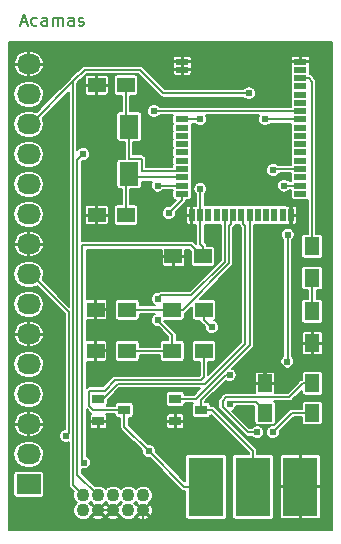
<source format=gtl>
G04 #@! TF.FileFunction,Copper,L1,Top,Signal*
%FSLAX46Y46*%
G04 Gerber Fmt 4.6, Leading zero omitted, Abs format (unit mm)*
G04 Created by KiCad (PCBNEW (2015-01-02 BZR 5348)-product) date 1/7/2015 6:05:39 PM*
%MOMM*%
G01*
G04 APERTURE LIST*
%ADD10C,0.150000*%
%ADD11C,0.200000*%
%ADD12R,1.500000X1.250000*%
%ADD13R,1.500000X1.300000*%
%ADD14R,1.300000X1.500000*%
%ADD15R,1.000760X0.800100*%
%ADD16R,0.500000X1.100000*%
%ADD17R,1.100000X0.500000*%
%ADD18R,3.000000X5.000000*%
%ADD19R,1.600000X2.000000*%
%ADD20R,1.250000X1.500000*%
%ADD21C,1.100000*%
%ADD22R,2.032000X1.727200*%
%ADD23O,2.032000X1.727200*%
%ADD24C,0.610000*%
%ADD25C,0.620000*%
%ADD26C,0.203000*%
%ADD27C,0.210000*%
%ADD28C,0.152400*%
%ADD29C,0.160000*%
G04 APERTURE END LIST*
D10*
D11*
X161357143Y-36666667D02*
X161833334Y-36666667D01*
X161261905Y-36952381D02*
X161595238Y-35952381D01*
X161928572Y-36952381D01*
X162690477Y-36904762D02*
X162595239Y-36952381D01*
X162404762Y-36952381D01*
X162309524Y-36904762D01*
X162261905Y-36857143D01*
X162214286Y-36761905D01*
X162214286Y-36476190D01*
X162261905Y-36380952D01*
X162309524Y-36333333D01*
X162404762Y-36285714D01*
X162595239Y-36285714D01*
X162690477Y-36333333D01*
X163547620Y-36952381D02*
X163547620Y-36428571D01*
X163500001Y-36333333D01*
X163404763Y-36285714D01*
X163214286Y-36285714D01*
X163119048Y-36333333D01*
X163547620Y-36904762D02*
X163452382Y-36952381D01*
X163214286Y-36952381D01*
X163119048Y-36904762D01*
X163071429Y-36809524D01*
X163071429Y-36714286D01*
X163119048Y-36619048D01*
X163214286Y-36571429D01*
X163452382Y-36571429D01*
X163547620Y-36523810D01*
X164023810Y-36952381D02*
X164023810Y-36285714D01*
X164023810Y-36380952D02*
X164071429Y-36333333D01*
X164166667Y-36285714D01*
X164309525Y-36285714D01*
X164404763Y-36333333D01*
X164452382Y-36428571D01*
X164452382Y-36952381D01*
X164452382Y-36428571D02*
X164500001Y-36333333D01*
X164595239Y-36285714D01*
X164738096Y-36285714D01*
X164833334Y-36333333D01*
X164880953Y-36428571D01*
X164880953Y-36952381D01*
X165785715Y-36952381D02*
X165785715Y-36428571D01*
X165738096Y-36333333D01*
X165642858Y-36285714D01*
X165452381Y-36285714D01*
X165357143Y-36333333D01*
X165785715Y-36904762D02*
X165690477Y-36952381D01*
X165452381Y-36952381D01*
X165357143Y-36904762D01*
X165309524Y-36809524D01*
X165309524Y-36714286D01*
X165357143Y-36619048D01*
X165452381Y-36571429D01*
X165690477Y-36571429D01*
X165785715Y-36523810D01*
X166214286Y-36904762D02*
X166309524Y-36952381D01*
X166500000Y-36952381D01*
X166595239Y-36904762D01*
X166642858Y-36809524D01*
X166642858Y-36761905D01*
X166595239Y-36666667D01*
X166500000Y-36619048D01*
X166357143Y-36619048D01*
X166261905Y-36571429D01*
X166214286Y-36476190D01*
X166214286Y-36428571D01*
X166261905Y-36333333D01*
X166357143Y-36285714D01*
X166500000Y-36285714D01*
X166595239Y-36333333D01*
D12*
X170250000Y-42000000D03*
X167750000Y-42000000D03*
X174250000Y-56500000D03*
X176750000Y-56500000D03*
X170250000Y-53000000D03*
X167750000Y-53000000D03*
D13*
X176850000Y-64500000D03*
X174150000Y-64500000D03*
X170350000Y-64500000D03*
X167650000Y-64500000D03*
D14*
X186000000Y-61150000D03*
X186000000Y-63850000D03*
D13*
X176850000Y-61000000D03*
X174150000Y-61000000D03*
X170350000Y-61000000D03*
X167650000Y-61000000D03*
D15*
X170099820Y-69500000D03*
X167900180Y-70452500D03*
X167900180Y-68547500D03*
X176599820Y-69500000D03*
X174400180Y-70452500D03*
X174400180Y-68547500D03*
D16*
X175800000Y-53000000D03*
X176500000Y-53000000D03*
X177200000Y-53000000D03*
X177900000Y-53000000D03*
X178600000Y-53000000D03*
X179300000Y-53000000D03*
X180000000Y-53000000D03*
X180700000Y-53000000D03*
X181400000Y-53000000D03*
X182100000Y-53000000D03*
X182800000Y-53000000D03*
X183500000Y-53000000D03*
X184200000Y-53000000D03*
D17*
X175000000Y-40000000D03*
X175000000Y-40700000D03*
X185000000Y-51200000D03*
X185000000Y-50500000D03*
X185000000Y-49800000D03*
X185000000Y-49100000D03*
X185000000Y-48400000D03*
X185000000Y-47700000D03*
X185000000Y-47000000D03*
X185000000Y-46300000D03*
X185000000Y-45600000D03*
X185000000Y-44900000D03*
X185000000Y-44200000D03*
X185000000Y-43500000D03*
X185000000Y-42800000D03*
X185000000Y-42100000D03*
X185000000Y-41400000D03*
X185000000Y-40700000D03*
X185000000Y-40000000D03*
X175000000Y-44900000D03*
X175000000Y-45600000D03*
X175000000Y-46300000D03*
X175000000Y-47000000D03*
X175000000Y-47700000D03*
X175000000Y-48400000D03*
X175000000Y-49100000D03*
X175000000Y-49800000D03*
X175000000Y-50500000D03*
X175000000Y-51200000D03*
D18*
X181000000Y-76000000D03*
X177000000Y-76000000D03*
X185000000Y-76000000D03*
D19*
X170500000Y-49500000D03*
X170500000Y-45500000D03*
D20*
X186000000Y-67250000D03*
X186000000Y-69750000D03*
X182000000Y-67250000D03*
X182000000Y-69750000D03*
D21*
X166600000Y-78000000D03*
X166600000Y-76730000D03*
X167870000Y-78000000D03*
X167870000Y-76730000D03*
X169140000Y-78000000D03*
X169140000Y-76730000D03*
X170410000Y-78000000D03*
X170410000Y-76730000D03*
X171680000Y-78000000D03*
X171680000Y-76730000D03*
D14*
X186000000Y-55650000D03*
X186000000Y-58350000D03*
D22*
X162000000Y-75780000D03*
D23*
X162000000Y-73240000D03*
X162000000Y-70700000D03*
X162000000Y-68160000D03*
X162000000Y-65620000D03*
X162000000Y-63080000D03*
X162000000Y-60540000D03*
X162000000Y-58000000D03*
X162000000Y-55460000D03*
X162000000Y-52920000D03*
X162000000Y-50380000D03*
X162000000Y-47840000D03*
X162000000Y-45300000D03*
X162000000Y-42760000D03*
X162000000Y-40220000D03*
D24*
X170100000Y-57250000D03*
D25*
X176530000Y-50800000D03*
X166709410Y-73950000D03*
X176530000Y-44902755D03*
X172900000Y-60100000D03*
X172900000Y-61900000D03*
X172156780Y-72996780D03*
X178998230Y-66548230D03*
X177500000Y-62500000D03*
X182701782Y-49201782D03*
X183910590Y-54650000D03*
X183900000Y-65400000D03*
X172600000Y-44200000D03*
X166616685Y-47840000D03*
X182000000Y-44900000D03*
X180650000Y-42700000D03*
X183600000Y-50500000D03*
X165150000Y-71700000D03*
X181350000Y-71400000D03*
X182650000Y-71400000D03*
X179000000Y-69000000D03*
X172900000Y-50500000D03*
X173850000Y-52850000D03*
D26*
X176750000Y-56500000D02*
X176625000Y-56500000D01*
X176625000Y-56500000D02*
X175695299Y-55570299D01*
X175695299Y-55570299D02*
X166510000Y-55570299D01*
X166510000Y-55570299D02*
X166510000Y-73750590D01*
X166510000Y-73750590D02*
X166709410Y-73950000D01*
D27*
X176500000Y-56250000D02*
X176750000Y-56500000D01*
D26*
X176500000Y-55422000D02*
X176500000Y-53000000D01*
X176750000Y-55672000D02*
X176500000Y-55422000D01*
X176750000Y-56500000D02*
X176750000Y-55672000D01*
X176530000Y-52970000D02*
X176500000Y-53000000D01*
X176530000Y-50800000D02*
X176530000Y-52970000D01*
X176527245Y-44900000D02*
X176530000Y-44902755D01*
X175000000Y-44900000D02*
X176527245Y-44900000D01*
D28*
X178600000Y-53000000D02*
X178600000Y-56949492D01*
X178600000Y-56949492D02*
X175759492Y-59790000D01*
X175759492Y-59790000D02*
X173209999Y-59790001D01*
X173209999Y-59790001D02*
X172900000Y-60100000D01*
X173247600Y-64500000D02*
X170350000Y-64500000D01*
X174150000Y-64500000D02*
X173247600Y-64500000D01*
X174150000Y-64500000D02*
X174150000Y-63650000D01*
X173209999Y-62209999D02*
X172900000Y-61900000D01*
X174150000Y-64350000D02*
X174150000Y-63650000D01*
X174150000Y-63650000D02*
X174150000Y-63150000D01*
X174150000Y-63150000D02*
X173209999Y-62209999D01*
X179300000Y-53000000D02*
X179129401Y-53170599D01*
X179129401Y-53170599D02*
X179129401Y-53773521D01*
X179129401Y-53773521D02*
X179073521Y-53829401D01*
X179073521Y-53829401D02*
X178970000Y-53829401D01*
X178970000Y-53829401D02*
X178970000Y-57082400D01*
X178970000Y-57082400D02*
X175052400Y-61000000D01*
X175052400Y-61000000D02*
X174150000Y-61000000D01*
D29*
X174150000Y-61000000D02*
X170350000Y-61000000D01*
X174250000Y-61000000D02*
X174150000Y-61000000D01*
X176750000Y-64500000D02*
X176850000Y-64500000D01*
X170099820Y-69500000D02*
X170500000Y-69500000D01*
X162000000Y-75780000D02*
X162360000Y-76140000D01*
X162360000Y-76140000D02*
X162879141Y-76140000D01*
X162879141Y-76140000D02*
X162900000Y-76140000D01*
D28*
X175160000Y-76000000D02*
X177000000Y-76000000D01*
X170099820Y-69500000D02*
X170099820Y-70939820D01*
X176850000Y-66690000D02*
X176850000Y-64500000D01*
X176580000Y-66960000D02*
X176850000Y-66690000D01*
X169330000Y-66960000D02*
X176580000Y-66960000D01*
X168421951Y-67868049D02*
X169330000Y-66960000D01*
X167176279Y-67868049D02*
X168421951Y-67868049D01*
X167120399Y-67923929D02*
X167176279Y-67868049D01*
X167120399Y-69171071D02*
X167120399Y-67923929D01*
X167449328Y-69500000D02*
X167120399Y-69171071D01*
X170099820Y-69500000D02*
X167449328Y-69500000D01*
X172156780Y-72996780D02*
X175160000Y-76000000D01*
X170099820Y-70939820D02*
X172156780Y-72996780D01*
X176599820Y-69500000D02*
X176599820Y-68630180D01*
X176599820Y-68630180D02*
X178681770Y-66548230D01*
X178681770Y-66548230D02*
X178998230Y-66548230D01*
D29*
X161847600Y-73240000D02*
X162000000Y-73240000D01*
D28*
X181000000Y-73010000D02*
X181000000Y-76000000D01*
X177490000Y-69500000D02*
X181000000Y-73010000D01*
X176599820Y-69500000D02*
X177490000Y-69500000D01*
X177190001Y-62190001D02*
X177500000Y-62500000D01*
X176850000Y-61000000D02*
X176850000Y-61850000D01*
X176850000Y-61850000D02*
X177190001Y-62190001D01*
D29*
X185000000Y-41400000D02*
X185300000Y-41400000D01*
D28*
X185702400Y-41400000D02*
X185000000Y-41400000D01*
X186000000Y-41697600D02*
X185702400Y-41400000D01*
X186000000Y-55650000D02*
X186000000Y-41697600D01*
X182803564Y-49100000D02*
X182701782Y-49201782D01*
X185000000Y-49100000D02*
X182803564Y-49100000D01*
X183910590Y-65389410D02*
X183900000Y-65400000D01*
X183910590Y-54650000D02*
X183910590Y-65389410D01*
D29*
X162000000Y-47840000D02*
X162152400Y-47840000D01*
D28*
X185000000Y-44200000D02*
X172600000Y-44200000D01*
X166120000Y-48336685D02*
X166616685Y-47840000D01*
X166120000Y-74980000D02*
X166120000Y-48336685D01*
X167870000Y-76730000D02*
X166120000Y-74980000D01*
D29*
X162000000Y-45300000D02*
X162152400Y-45300000D01*
X184700000Y-44900000D02*
X185000000Y-44900000D01*
D28*
X182000000Y-44900000D02*
X185000000Y-44900000D01*
X162152400Y-45300000D02*
X165864576Y-41587824D01*
X166600000Y-76730000D02*
X165764391Y-75894391D01*
X165764391Y-75894391D02*
X165764391Y-41688009D01*
X165764391Y-41688009D02*
X165864576Y-41587824D01*
X180211594Y-42700000D02*
X180650000Y-42700000D01*
X171400000Y-40700000D02*
X173400000Y-42700000D01*
X165864576Y-41587824D02*
X166752400Y-40700000D01*
X166752400Y-40700000D02*
X171400000Y-40700000D01*
X173400000Y-42700000D02*
X180211594Y-42700000D01*
D29*
X185000000Y-50500000D02*
X185300000Y-50500000D01*
D28*
X185000000Y-50500000D02*
X183600000Y-50500000D01*
D29*
X170250000Y-42000000D02*
X170250000Y-45250000D01*
X170250000Y-45250000D02*
X170500000Y-45500000D01*
X171526561Y-48216799D02*
X170500000Y-48216799D01*
X170500000Y-48216799D02*
X170500000Y-45500000D01*
X171583201Y-48273439D02*
X171526561Y-48216799D01*
X171583201Y-49250000D02*
X171583201Y-48273439D01*
X174850000Y-49250000D02*
X171583201Y-49250000D01*
X175000000Y-49100000D02*
X174850000Y-49250000D01*
X175000000Y-49800000D02*
X170800000Y-49800000D01*
X170800000Y-49800000D02*
X170500000Y-49500000D01*
X170250000Y-53000000D02*
X170250000Y-49750000D01*
X170250000Y-49750000D02*
X170500000Y-49500000D01*
D27*
X174400180Y-70452500D02*
X174299850Y-70452500D01*
D26*
X175000000Y-40000000D02*
X175000000Y-40700000D01*
X172187999Y-78507999D02*
X171680000Y-78000000D01*
X172484701Y-78804701D02*
X172187999Y-78507999D01*
X184898299Y-78804701D02*
X172484701Y-78804701D01*
X185000000Y-78703000D02*
X184898299Y-78804701D01*
X185000000Y-76000000D02*
X185000000Y-78703000D01*
X169647999Y-78507999D02*
X169140000Y-78000000D01*
X169952701Y-78812701D02*
X169647999Y-78507999D01*
X171585719Y-78812701D02*
X169952701Y-78812701D01*
X171680000Y-78718420D02*
X171585719Y-78812701D01*
X171680000Y-78000000D02*
X171680000Y-78718420D01*
D28*
X169140000Y-78000000D02*
X167870000Y-78000000D01*
D26*
X175753000Y-40000000D02*
X185000000Y-40000000D01*
X175000000Y-40000000D02*
X175753000Y-40000000D01*
D29*
X186000000Y-58350000D02*
X186000000Y-61150000D01*
D28*
X162000000Y-58000000D02*
X162152400Y-58000000D01*
X162152400Y-58000000D02*
X165400000Y-61247600D01*
X165400000Y-61247600D02*
X165400000Y-71450000D01*
X165400000Y-71450000D02*
X165150000Y-71700000D01*
X180000000Y-53000000D02*
X180170599Y-53170599D01*
X180170599Y-53170599D02*
X180170599Y-53773521D01*
X180170599Y-53773521D02*
X180226479Y-53829401D01*
X180226479Y-53829401D02*
X180280000Y-53829401D01*
X180280000Y-53829401D02*
X180280000Y-63930000D01*
X180280000Y-63930000D02*
X176890000Y-67320000D01*
X176890000Y-67320000D02*
X169520000Y-67320000D01*
X169520000Y-67320000D02*
X168292500Y-68547500D01*
X168292500Y-68547500D02*
X167900180Y-68547500D01*
D29*
X174400180Y-68547500D02*
X174500510Y-68547500D01*
X174500510Y-68547500D02*
X174590000Y-68458010D01*
X174590000Y-68458010D02*
X174590000Y-68269141D01*
D28*
X175052960Y-68547500D02*
X174400180Y-68547500D01*
X176165408Y-68547500D02*
X175052960Y-68547500D01*
X180700000Y-64012908D02*
X176165408Y-68547500D01*
X180700000Y-53000000D02*
X180700000Y-64012908D01*
X180527686Y-71400000D02*
X181350000Y-71400000D01*
X178410599Y-69282913D02*
X180527686Y-71400000D01*
X178410599Y-68717087D02*
X178410599Y-69282913D01*
X178717087Y-68410599D02*
X178410599Y-68717087D01*
X184062001Y-68410599D02*
X178717087Y-68410599D01*
X185222600Y-67250000D02*
X184062001Y-68410599D01*
X186000000Y-67250000D02*
X185222600Y-67250000D01*
X186000000Y-69750000D02*
X184300000Y-69750000D01*
X184300000Y-69750000D02*
X182959999Y-71090001D01*
X182959999Y-71090001D02*
X182650000Y-71400000D01*
X182000000Y-69750000D02*
X182000000Y-69590000D01*
X182000000Y-69590000D02*
X181200000Y-68790000D01*
X181200000Y-68790000D02*
X179210000Y-68790000D01*
X179210000Y-68790000D02*
X179000000Y-69000000D01*
D29*
X175000000Y-50500000D02*
X174700000Y-50500000D01*
D28*
X173338406Y-50500000D02*
X175000000Y-50500000D01*
X172900000Y-50500000D02*
X173338406Y-50500000D01*
X175000000Y-51700000D02*
X175000000Y-51200000D01*
X173850000Y-52850000D02*
X175000000Y-51700000D01*
G36*
X179924400Y-63782706D02*
X177205600Y-66501506D01*
X177205600Y-65434874D01*
X177600000Y-65434874D01*
X177706534Y-65414204D01*
X177800168Y-65352696D01*
X177862846Y-65259842D01*
X177884874Y-65150000D01*
X177884874Y-63850000D01*
X177864204Y-63743466D01*
X177802696Y-63649832D01*
X177709842Y-63587154D01*
X177600000Y-63565126D01*
X176100000Y-63565126D01*
X175993466Y-63585796D01*
X175899832Y-63647304D01*
X175837154Y-63740158D01*
X175815126Y-63850000D01*
X175815126Y-65150000D01*
X175835796Y-65256534D01*
X175897304Y-65350168D01*
X175990158Y-65412846D01*
X176100000Y-65434874D01*
X176494400Y-65434874D01*
X176494400Y-66542706D01*
X176432706Y-66604400D01*
X169330000Y-66604400D01*
X169193917Y-66631468D01*
X169078553Y-66708553D01*
X168656200Y-67130906D01*
X168656200Y-65200962D01*
X168656200Y-65099039D01*
X168656200Y-64612850D01*
X168656200Y-64387150D01*
X168656200Y-63900961D01*
X168656200Y-63799038D01*
X168656200Y-61700962D01*
X168656200Y-61599039D01*
X168656200Y-61112850D01*
X168656200Y-60887150D01*
X168656200Y-60400961D01*
X168656200Y-60299038D01*
X168617196Y-60204874D01*
X168545125Y-60132804D01*
X168450961Y-60093800D01*
X167762850Y-60093800D01*
X167698800Y-60157850D01*
X167698800Y-60951200D01*
X168592150Y-60951200D01*
X168656200Y-60887150D01*
X168656200Y-61112850D01*
X168592150Y-61048800D01*
X167698800Y-61048800D01*
X167698800Y-61842150D01*
X167762850Y-61906200D01*
X168450961Y-61906200D01*
X168545125Y-61867196D01*
X168617196Y-61795126D01*
X168656200Y-61700962D01*
X168656200Y-63799038D01*
X168617196Y-63704874D01*
X168545125Y-63632804D01*
X168450961Y-63593800D01*
X167762850Y-63593800D01*
X167698800Y-63657850D01*
X167698800Y-64451200D01*
X168592150Y-64451200D01*
X168656200Y-64387150D01*
X168656200Y-64612850D01*
X168592150Y-64548800D01*
X167698800Y-64548800D01*
X167698800Y-65342150D01*
X167762850Y-65406200D01*
X168450961Y-65406200D01*
X168545125Y-65367196D01*
X168617196Y-65295126D01*
X168656200Y-65200962D01*
X168656200Y-67130906D01*
X168274657Y-67512449D01*
X167176279Y-67512449D01*
X167040196Y-67539517D01*
X166924832Y-67616602D01*
X166890900Y-67650534D01*
X166890900Y-65406200D01*
X167537150Y-65406200D01*
X167601200Y-65342150D01*
X167601200Y-64548800D01*
X167581200Y-64548800D01*
X167581200Y-64451200D01*
X167601200Y-64451200D01*
X167601200Y-63657850D01*
X167537150Y-63593800D01*
X166890900Y-63593800D01*
X166890900Y-61906200D01*
X167537150Y-61906200D01*
X167601200Y-61842150D01*
X167601200Y-61048800D01*
X167581200Y-61048800D01*
X167581200Y-60951200D01*
X167601200Y-60951200D01*
X167601200Y-60157850D01*
X167537150Y-60093800D01*
X166890900Y-60093800D01*
X166890900Y-55951199D01*
X173243800Y-55951199D01*
X173243800Y-56387150D01*
X173307850Y-56451200D01*
X174201200Y-56451200D01*
X174201200Y-56431200D01*
X174298800Y-56431200D01*
X174298800Y-56451200D01*
X175192150Y-56451200D01*
X175256200Y-56387150D01*
X175256200Y-55951199D01*
X175537525Y-55951199D01*
X175715126Y-56128800D01*
X175715126Y-57125000D01*
X175735796Y-57231534D01*
X175797304Y-57325168D01*
X175890158Y-57387846D01*
X176000000Y-57409874D01*
X177500000Y-57409874D01*
X177606534Y-57389204D01*
X177700168Y-57327696D01*
X177762846Y-57234842D01*
X177784874Y-57125000D01*
X177784874Y-55875000D01*
X177764204Y-55768466D01*
X177702696Y-55674832D01*
X177609842Y-55612154D01*
X177500000Y-55590126D01*
X177114614Y-55590126D01*
X177101906Y-55526236D01*
X177101906Y-55526235D01*
X177019337Y-55402663D01*
X176880900Y-55264226D01*
X176880900Y-53821016D01*
X176950000Y-53834874D01*
X177450000Y-53834874D01*
X177551652Y-53815151D01*
X177650000Y-53834874D01*
X178150000Y-53834874D01*
X178244400Y-53816558D01*
X178244400Y-56802198D01*
X175612197Y-59434400D01*
X175256200Y-59434400D01*
X175256200Y-57175962D01*
X175256200Y-57074039D01*
X175256200Y-56612850D01*
X175192150Y-56548800D01*
X174298800Y-56548800D01*
X174298800Y-57317150D01*
X174362850Y-57381200D01*
X175050961Y-57381200D01*
X175145125Y-57342196D01*
X175217196Y-57270126D01*
X175256200Y-57175962D01*
X175256200Y-59434400D01*
X174201200Y-59434400D01*
X174201200Y-57317150D01*
X174201200Y-56548800D01*
X173307850Y-56548800D01*
X173243800Y-56612850D01*
X173243800Y-57074039D01*
X173243800Y-57175962D01*
X173282804Y-57270126D01*
X173354875Y-57342196D01*
X173449039Y-57381200D01*
X174137150Y-57381200D01*
X174201200Y-57317150D01*
X174201200Y-59434400D01*
X173209999Y-59434401D01*
X173073916Y-59461469D01*
X173000256Y-59510687D01*
X172783275Y-59510498D01*
X172566568Y-59600040D01*
X172400622Y-59765696D01*
X172310703Y-59982247D01*
X172310498Y-60216725D01*
X172400040Y-60433432D01*
X172565696Y-60599378D01*
X172664970Y-60640600D01*
X171384874Y-60640600D01*
X171384874Y-60350000D01*
X171364204Y-60243466D01*
X171302696Y-60149832D01*
X171209842Y-60087154D01*
X171100000Y-60065126D01*
X169600000Y-60065126D01*
X169493466Y-60085796D01*
X169399832Y-60147304D01*
X169337154Y-60240158D01*
X169315126Y-60350000D01*
X169315126Y-61650000D01*
X169335796Y-61756534D01*
X169397304Y-61850168D01*
X169490158Y-61912846D01*
X169600000Y-61934874D01*
X171100000Y-61934874D01*
X171206534Y-61914204D01*
X171300168Y-61852696D01*
X171362846Y-61759842D01*
X171384874Y-61650000D01*
X171384874Y-61359400D01*
X172664923Y-61359400D01*
X172566568Y-61400040D01*
X172400622Y-61565696D01*
X172310703Y-61782247D01*
X172310498Y-62016725D01*
X172400040Y-62233432D01*
X172565696Y-62399378D01*
X172782247Y-62489297D01*
X172986581Y-62489475D01*
X173794400Y-63297294D01*
X173794400Y-63565126D01*
X173400000Y-63565126D01*
X173293466Y-63585796D01*
X173199832Y-63647304D01*
X173137154Y-63740158D01*
X173115126Y-63850000D01*
X173115126Y-64144400D01*
X171384874Y-64144400D01*
X171384874Y-63850000D01*
X171364204Y-63743466D01*
X171302696Y-63649832D01*
X171209842Y-63587154D01*
X171100000Y-63565126D01*
X169600000Y-63565126D01*
X169493466Y-63585796D01*
X169399832Y-63647304D01*
X169337154Y-63740158D01*
X169315126Y-63850000D01*
X169315126Y-65150000D01*
X169335796Y-65256534D01*
X169397304Y-65350168D01*
X169490158Y-65412846D01*
X169600000Y-65434874D01*
X171100000Y-65434874D01*
X171206534Y-65414204D01*
X171300168Y-65352696D01*
X171362846Y-65259842D01*
X171384874Y-65150000D01*
X171384874Y-64855600D01*
X173115126Y-64855600D01*
X173115126Y-65150000D01*
X173135796Y-65256534D01*
X173197304Y-65350168D01*
X173290158Y-65412846D01*
X173400000Y-65434874D01*
X174900000Y-65434874D01*
X175006534Y-65414204D01*
X175100168Y-65352696D01*
X175162846Y-65259842D01*
X175184874Y-65150000D01*
X175184874Y-63850000D01*
X175164204Y-63743466D01*
X175102696Y-63649832D01*
X175009842Y-63587154D01*
X174900000Y-63565126D01*
X174505600Y-63565126D01*
X174505600Y-63150000D01*
X174478532Y-63013918D01*
X174478532Y-63013917D01*
X174401447Y-62898553D01*
X173489324Y-61986430D01*
X173489369Y-61934874D01*
X174900000Y-61934874D01*
X175006534Y-61914204D01*
X175100168Y-61852696D01*
X175162846Y-61759842D01*
X175184874Y-61650000D01*
X175184874Y-61329249D01*
X175188482Y-61328532D01*
X175188483Y-61328532D01*
X175303847Y-61251447D01*
X175815126Y-60740168D01*
X175815126Y-61650000D01*
X175835796Y-61756534D01*
X175897304Y-61850168D01*
X175990158Y-61912846D01*
X176100000Y-61934874D01*
X176511282Y-61934874D01*
X176521468Y-61986083D01*
X176598553Y-62101447D01*
X176910675Y-62413569D01*
X176910498Y-62616725D01*
X177000040Y-62833432D01*
X177165696Y-62999378D01*
X177382247Y-63089297D01*
X177616725Y-63089502D01*
X177833432Y-62999960D01*
X177999378Y-62834304D01*
X178089297Y-62617753D01*
X178089502Y-62383275D01*
X177999960Y-62166568D01*
X177834304Y-62000622D01*
X177651772Y-61924828D01*
X177706534Y-61914204D01*
X177800168Y-61852696D01*
X177862846Y-61759842D01*
X177884874Y-61650000D01*
X177884874Y-60350000D01*
X177864204Y-60243466D01*
X177802696Y-60149832D01*
X177709842Y-60087154D01*
X177600000Y-60065126D01*
X176490168Y-60065126D01*
X179221447Y-57333847D01*
X179298532Y-57218483D01*
X179298532Y-57218482D01*
X179325600Y-57082400D01*
X179325600Y-54080216D01*
X179380848Y-54024968D01*
X179457933Y-53909604D01*
X179457933Y-53909603D01*
X179472797Y-53834874D01*
X179550000Y-53834874D01*
X179651652Y-53815151D01*
X179750000Y-53834874D01*
X179827202Y-53834874D01*
X179842067Y-53909604D01*
X179919152Y-54024968D01*
X179924400Y-54030216D01*
X179924400Y-63782706D01*
X179924400Y-63782706D01*
G37*
X179924400Y-63782706D02*
X177205600Y-66501506D01*
X177205600Y-65434874D01*
X177600000Y-65434874D01*
X177706534Y-65414204D01*
X177800168Y-65352696D01*
X177862846Y-65259842D01*
X177884874Y-65150000D01*
X177884874Y-63850000D01*
X177864204Y-63743466D01*
X177802696Y-63649832D01*
X177709842Y-63587154D01*
X177600000Y-63565126D01*
X176100000Y-63565126D01*
X175993466Y-63585796D01*
X175899832Y-63647304D01*
X175837154Y-63740158D01*
X175815126Y-63850000D01*
X175815126Y-65150000D01*
X175835796Y-65256534D01*
X175897304Y-65350168D01*
X175990158Y-65412846D01*
X176100000Y-65434874D01*
X176494400Y-65434874D01*
X176494400Y-66542706D01*
X176432706Y-66604400D01*
X169330000Y-66604400D01*
X169193917Y-66631468D01*
X169078553Y-66708553D01*
X168656200Y-67130906D01*
X168656200Y-65200962D01*
X168656200Y-65099039D01*
X168656200Y-64612850D01*
X168656200Y-64387150D01*
X168656200Y-63900961D01*
X168656200Y-63799038D01*
X168656200Y-61700962D01*
X168656200Y-61599039D01*
X168656200Y-61112850D01*
X168656200Y-60887150D01*
X168656200Y-60400961D01*
X168656200Y-60299038D01*
X168617196Y-60204874D01*
X168545125Y-60132804D01*
X168450961Y-60093800D01*
X167762850Y-60093800D01*
X167698800Y-60157850D01*
X167698800Y-60951200D01*
X168592150Y-60951200D01*
X168656200Y-60887150D01*
X168656200Y-61112850D01*
X168592150Y-61048800D01*
X167698800Y-61048800D01*
X167698800Y-61842150D01*
X167762850Y-61906200D01*
X168450961Y-61906200D01*
X168545125Y-61867196D01*
X168617196Y-61795126D01*
X168656200Y-61700962D01*
X168656200Y-63799038D01*
X168617196Y-63704874D01*
X168545125Y-63632804D01*
X168450961Y-63593800D01*
X167762850Y-63593800D01*
X167698800Y-63657850D01*
X167698800Y-64451200D01*
X168592150Y-64451200D01*
X168656200Y-64387150D01*
X168656200Y-64612850D01*
X168592150Y-64548800D01*
X167698800Y-64548800D01*
X167698800Y-65342150D01*
X167762850Y-65406200D01*
X168450961Y-65406200D01*
X168545125Y-65367196D01*
X168617196Y-65295126D01*
X168656200Y-65200962D01*
X168656200Y-67130906D01*
X168274657Y-67512449D01*
X167176279Y-67512449D01*
X167040196Y-67539517D01*
X166924832Y-67616602D01*
X166890900Y-67650534D01*
X166890900Y-65406200D01*
X167537150Y-65406200D01*
X167601200Y-65342150D01*
X167601200Y-64548800D01*
X167581200Y-64548800D01*
X167581200Y-64451200D01*
X167601200Y-64451200D01*
X167601200Y-63657850D01*
X167537150Y-63593800D01*
X166890900Y-63593800D01*
X166890900Y-61906200D01*
X167537150Y-61906200D01*
X167601200Y-61842150D01*
X167601200Y-61048800D01*
X167581200Y-61048800D01*
X167581200Y-60951200D01*
X167601200Y-60951200D01*
X167601200Y-60157850D01*
X167537150Y-60093800D01*
X166890900Y-60093800D01*
X166890900Y-55951199D01*
X173243800Y-55951199D01*
X173243800Y-56387150D01*
X173307850Y-56451200D01*
X174201200Y-56451200D01*
X174201200Y-56431200D01*
X174298800Y-56431200D01*
X174298800Y-56451200D01*
X175192150Y-56451200D01*
X175256200Y-56387150D01*
X175256200Y-55951199D01*
X175537525Y-55951199D01*
X175715126Y-56128800D01*
X175715126Y-57125000D01*
X175735796Y-57231534D01*
X175797304Y-57325168D01*
X175890158Y-57387846D01*
X176000000Y-57409874D01*
X177500000Y-57409874D01*
X177606534Y-57389204D01*
X177700168Y-57327696D01*
X177762846Y-57234842D01*
X177784874Y-57125000D01*
X177784874Y-55875000D01*
X177764204Y-55768466D01*
X177702696Y-55674832D01*
X177609842Y-55612154D01*
X177500000Y-55590126D01*
X177114614Y-55590126D01*
X177101906Y-55526236D01*
X177101906Y-55526235D01*
X177019337Y-55402663D01*
X176880900Y-55264226D01*
X176880900Y-53821016D01*
X176950000Y-53834874D01*
X177450000Y-53834874D01*
X177551652Y-53815151D01*
X177650000Y-53834874D01*
X178150000Y-53834874D01*
X178244400Y-53816558D01*
X178244400Y-56802198D01*
X175612197Y-59434400D01*
X175256200Y-59434400D01*
X175256200Y-57175962D01*
X175256200Y-57074039D01*
X175256200Y-56612850D01*
X175192150Y-56548800D01*
X174298800Y-56548800D01*
X174298800Y-57317150D01*
X174362850Y-57381200D01*
X175050961Y-57381200D01*
X175145125Y-57342196D01*
X175217196Y-57270126D01*
X175256200Y-57175962D01*
X175256200Y-59434400D01*
X174201200Y-59434400D01*
X174201200Y-57317150D01*
X174201200Y-56548800D01*
X173307850Y-56548800D01*
X173243800Y-56612850D01*
X173243800Y-57074039D01*
X173243800Y-57175962D01*
X173282804Y-57270126D01*
X173354875Y-57342196D01*
X173449039Y-57381200D01*
X174137150Y-57381200D01*
X174201200Y-57317150D01*
X174201200Y-59434400D01*
X173209999Y-59434401D01*
X173073916Y-59461469D01*
X173000256Y-59510687D01*
X172783275Y-59510498D01*
X172566568Y-59600040D01*
X172400622Y-59765696D01*
X172310703Y-59982247D01*
X172310498Y-60216725D01*
X172400040Y-60433432D01*
X172565696Y-60599378D01*
X172664970Y-60640600D01*
X171384874Y-60640600D01*
X171384874Y-60350000D01*
X171364204Y-60243466D01*
X171302696Y-60149832D01*
X171209842Y-60087154D01*
X171100000Y-60065126D01*
X169600000Y-60065126D01*
X169493466Y-60085796D01*
X169399832Y-60147304D01*
X169337154Y-60240158D01*
X169315126Y-60350000D01*
X169315126Y-61650000D01*
X169335796Y-61756534D01*
X169397304Y-61850168D01*
X169490158Y-61912846D01*
X169600000Y-61934874D01*
X171100000Y-61934874D01*
X171206534Y-61914204D01*
X171300168Y-61852696D01*
X171362846Y-61759842D01*
X171384874Y-61650000D01*
X171384874Y-61359400D01*
X172664923Y-61359400D01*
X172566568Y-61400040D01*
X172400622Y-61565696D01*
X172310703Y-61782247D01*
X172310498Y-62016725D01*
X172400040Y-62233432D01*
X172565696Y-62399378D01*
X172782247Y-62489297D01*
X172986581Y-62489475D01*
X173794400Y-63297294D01*
X173794400Y-63565126D01*
X173400000Y-63565126D01*
X173293466Y-63585796D01*
X173199832Y-63647304D01*
X173137154Y-63740158D01*
X173115126Y-63850000D01*
X173115126Y-64144400D01*
X171384874Y-64144400D01*
X171384874Y-63850000D01*
X171364204Y-63743466D01*
X171302696Y-63649832D01*
X171209842Y-63587154D01*
X171100000Y-63565126D01*
X169600000Y-63565126D01*
X169493466Y-63585796D01*
X169399832Y-63647304D01*
X169337154Y-63740158D01*
X169315126Y-63850000D01*
X169315126Y-65150000D01*
X169335796Y-65256534D01*
X169397304Y-65350168D01*
X169490158Y-65412846D01*
X169600000Y-65434874D01*
X171100000Y-65434874D01*
X171206534Y-65414204D01*
X171300168Y-65352696D01*
X171362846Y-65259842D01*
X171384874Y-65150000D01*
X171384874Y-64855600D01*
X173115126Y-64855600D01*
X173115126Y-65150000D01*
X173135796Y-65256534D01*
X173197304Y-65350168D01*
X173290158Y-65412846D01*
X173400000Y-65434874D01*
X174900000Y-65434874D01*
X175006534Y-65414204D01*
X175100168Y-65352696D01*
X175162846Y-65259842D01*
X175184874Y-65150000D01*
X175184874Y-63850000D01*
X175164204Y-63743466D01*
X175102696Y-63649832D01*
X175009842Y-63587154D01*
X174900000Y-63565126D01*
X174505600Y-63565126D01*
X174505600Y-63150000D01*
X174478532Y-63013918D01*
X174478532Y-63013917D01*
X174401447Y-62898553D01*
X173489324Y-61986430D01*
X173489369Y-61934874D01*
X174900000Y-61934874D01*
X175006534Y-61914204D01*
X175100168Y-61852696D01*
X175162846Y-61759842D01*
X175184874Y-61650000D01*
X175184874Y-61329249D01*
X175188482Y-61328532D01*
X175188483Y-61328532D01*
X175303847Y-61251447D01*
X175815126Y-60740168D01*
X175815126Y-61650000D01*
X175835796Y-61756534D01*
X175897304Y-61850168D01*
X175990158Y-61912846D01*
X176100000Y-61934874D01*
X176511282Y-61934874D01*
X176521468Y-61986083D01*
X176598553Y-62101447D01*
X176910675Y-62413569D01*
X176910498Y-62616725D01*
X177000040Y-62833432D01*
X177165696Y-62999378D01*
X177382247Y-63089297D01*
X177616725Y-63089502D01*
X177833432Y-62999960D01*
X177999378Y-62834304D01*
X178089297Y-62617753D01*
X178089502Y-62383275D01*
X177999960Y-62166568D01*
X177834304Y-62000622D01*
X177651772Y-61924828D01*
X177706534Y-61914204D01*
X177800168Y-61852696D01*
X177862846Y-61759842D01*
X177884874Y-61650000D01*
X177884874Y-60350000D01*
X177864204Y-60243466D01*
X177802696Y-60149832D01*
X177709842Y-60087154D01*
X177600000Y-60065126D01*
X176490168Y-60065126D01*
X179221447Y-57333847D01*
X179298532Y-57218483D01*
X179298532Y-57218482D01*
X179325600Y-57082400D01*
X179325600Y-54080216D01*
X179380848Y-54024968D01*
X179457933Y-53909604D01*
X179457933Y-53909603D01*
X179472797Y-53834874D01*
X179550000Y-53834874D01*
X179651652Y-53815151D01*
X179750000Y-53834874D01*
X179827202Y-53834874D01*
X179842067Y-53909604D01*
X179919152Y-54024968D01*
X179924400Y-54030216D01*
X179924400Y-63782706D01*
G36*
X187673800Y-79673800D02*
X186934874Y-79673800D01*
X186934874Y-61900000D01*
X186934874Y-60400000D01*
X186914204Y-60293466D01*
X186852696Y-60199832D01*
X186759842Y-60137154D01*
X186650000Y-60115126D01*
X186359400Y-60115126D01*
X186359400Y-59384874D01*
X186650000Y-59384874D01*
X186756534Y-59364204D01*
X186850168Y-59302696D01*
X186912846Y-59209842D01*
X186934874Y-59100000D01*
X186934874Y-57600000D01*
X186934874Y-56400000D01*
X186934874Y-54900000D01*
X186914204Y-54793466D01*
X186852696Y-54699832D01*
X186759842Y-54637154D01*
X186650000Y-54615126D01*
X186355600Y-54615126D01*
X186355600Y-41697600D01*
X186328532Y-41561518D01*
X186328532Y-41561517D01*
X186251447Y-41446153D01*
X185953847Y-41148553D01*
X185838483Y-41071468D01*
X185818880Y-41067569D01*
X185818880Y-41067568D01*
X185815151Y-41048347D01*
X185834874Y-40950000D01*
X185834874Y-40450000D01*
X185814204Y-40343466D01*
X185798497Y-40319556D01*
X185806200Y-40300962D01*
X185806200Y-40199039D01*
X185806200Y-40112850D01*
X185806200Y-39887150D01*
X185806200Y-39800961D01*
X185806200Y-39699038D01*
X185767196Y-39604874D01*
X185695125Y-39532804D01*
X185600961Y-39493800D01*
X185112850Y-39493800D01*
X185048800Y-39557850D01*
X185048800Y-39951200D01*
X185742150Y-39951200D01*
X185806200Y-39887150D01*
X185806200Y-40112850D01*
X185742150Y-40048800D01*
X185048800Y-40048800D01*
X185048800Y-40068800D01*
X184951200Y-40068800D01*
X184951200Y-40048800D01*
X184951200Y-39951200D01*
X184951200Y-39557850D01*
X184887150Y-39493800D01*
X184399039Y-39493800D01*
X184304875Y-39532804D01*
X184232804Y-39604874D01*
X184193800Y-39699038D01*
X184193800Y-39800961D01*
X184193800Y-39887150D01*
X184257850Y-39951200D01*
X184951200Y-39951200D01*
X184951200Y-40048800D01*
X184257850Y-40048800D01*
X184193800Y-40112850D01*
X184193800Y-40199039D01*
X184193800Y-40300962D01*
X184201334Y-40319150D01*
X184187154Y-40340158D01*
X184165126Y-40450000D01*
X184165126Y-40950000D01*
X184184848Y-41051652D01*
X184165126Y-41150000D01*
X184165126Y-41650000D01*
X184184848Y-41751652D01*
X184165126Y-41850000D01*
X184165126Y-42350000D01*
X184184848Y-42451652D01*
X184165126Y-42550000D01*
X184165126Y-43050000D01*
X184184848Y-43151652D01*
X184165126Y-43250000D01*
X184165126Y-43750000D01*
X184183441Y-43844400D01*
X173077830Y-43844400D01*
X172934304Y-43700622D01*
X172717753Y-43610703D01*
X172483275Y-43610498D01*
X172266568Y-43700040D01*
X172100622Y-43865696D01*
X172010703Y-44082247D01*
X172010498Y-44316725D01*
X172100040Y-44533432D01*
X172265696Y-44699378D01*
X172482247Y-44789297D01*
X172716725Y-44789502D01*
X172933432Y-44699960D01*
X173078044Y-44555600D01*
X174184057Y-44555600D01*
X174165126Y-44650000D01*
X174165126Y-45150000D01*
X174184848Y-45251652D01*
X174165126Y-45350000D01*
X174165126Y-45850000D01*
X174184848Y-45951652D01*
X174165126Y-46050000D01*
X174165126Y-46550000D01*
X174184848Y-46651652D01*
X174165126Y-46750000D01*
X174165126Y-47250000D01*
X174184848Y-47351652D01*
X174165126Y-47450000D01*
X174165126Y-47950000D01*
X174184848Y-48051652D01*
X174165126Y-48150000D01*
X174165126Y-48650000D01*
X174184848Y-48751652D01*
X174165126Y-48850000D01*
X174165126Y-48890600D01*
X171942601Y-48890600D01*
X171942601Y-48273439D01*
X171915243Y-48135903D01*
X171915243Y-48135902D01*
X171837335Y-48019305D01*
X171780695Y-47962665D01*
X171664098Y-47884757D01*
X171526561Y-47857399D01*
X170859400Y-47857399D01*
X170859400Y-46784874D01*
X171300000Y-46784874D01*
X171406534Y-46764204D01*
X171500168Y-46702696D01*
X171562846Y-46609842D01*
X171584874Y-46500000D01*
X171584874Y-44500000D01*
X171564204Y-44393466D01*
X171502696Y-44299832D01*
X171409842Y-44237154D01*
X171300000Y-44215126D01*
X170609400Y-44215126D01*
X170609400Y-42909874D01*
X171000000Y-42909874D01*
X171106534Y-42889204D01*
X171200168Y-42827696D01*
X171262846Y-42734842D01*
X171284874Y-42625000D01*
X171284874Y-41375000D01*
X171264204Y-41268466D01*
X171202696Y-41174832D01*
X171109842Y-41112154D01*
X171000000Y-41090126D01*
X169500000Y-41090126D01*
X169393466Y-41110796D01*
X169299832Y-41172304D01*
X169237154Y-41265158D01*
X169215126Y-41375000D01*
X169215126Y-42625000D01*
X169235796Y-42731534D01*
X169297304Y-42825168D01*
X169390158Y-42887846D01*
X169500000Y-42909874D01*
X169890600Y-42909874D01*
X169890600Y-44215126D01*
X169700000Y-44215126D01*
X169593466Y-44235796D01*
X169499832Y-44297304D01*
X169437154Y-44390158D01*
X169415126Y-44500000D01*
X169415126Y-46500000D01*
X169435796Y-46606534D01*
X169497304Y-46700168D01*
X169590158Y-46762846D01*
X169700000Y-46784874D01*
X170140600Y-46784874D01*
X170140600Y-48215126D01*
X169700000Y-48215126D01*
X169593466Y-48235796D01*
X169499832Y-48297304D01*
X169437154Y-48390158D01*
X169415126Y-48500000D01*
X169415126Y-50500000D01*
X169435796Y-50606534D01*
X169497304Y-50700168D01*
X169590158Y-50762846D01*
X169700000Y-50784874D01*
X169890600Y-50784874D01*
X169890600Y-52090126D01*
X169500000Y-52090126D01*
X169393466Y-52110796D01*
X169299832Y-52172304D01*
X169237154Y-52265158D01*
X169215126Y-52375000D01*
X169215126Y-53625000D01*
X169235796Y-53731534D01*
X169297304Y-53825168D01*
X169390158Y-53887846D01*
X169500000Y-53909874D01*
X171000000Y-53909874D01*
X171106534Y-53889204D01*
X171200168Y-53827696D01*
X171262846Y-53734842D01*
X171284874Y-53625000D01*
X171284874Y-52375000D01*
X171264204Y-52268466D01*
X171202696Y-52174832D01*
X171109842Y-52112154D01*
X171000000Y-52090126D01*
X170609400Y-52090126D01*
X170609400Y-50784874D01*
X171300000Y-50784874D01*
X171406534Y-50764204D01*
X171500168Y-50702696D01*
X171562846Y-50609842D01*
X171584874Y-50500000D01*
X171584874Y-50159400D01*
X172406929Y-50159400D01*
X172400622Y-50165696D01*
X172310703Y-50382247D01*
X172310498Y-50616725D01*
X172400040Y-50833432D01*
X172565696Y-50999378D01*
X172782247Y-51089297D01*
X173016725Y-51089502D01*
X173233432Y-50999960D01*
X173378044Y-50855600D01*
X174184057Y-50855600D01*
X174165126Y-50950000D01*
X174165126Y-51450000D01*
X174185796Y-51556534D01*
X174247304Y-51650168D01*
X174340158Y-51712846D01*
X174450000Y-51734874D01*
X174462232Y-51734874D01*
X173936430Y-52260675D01*
X173733275Y-52260498D01*
X173516568Y-52350040D01*
X173350622Y-52515696D01*
X173260703Y-52732247D01*
X173260498Y-52966725D01*
X173350040Y-53183432D01*
X173515696Y-53349378D01*
X173732247Y-53439297D01*
X173966725Y-53439502D01*
X174183432Y-53349960D01*
X174349378Y-53184304D01*
X174439297Y-52967753D01*
X174439475Y-52763418D01*
X175251447Y-51951447D01*
X175328532Y-51836082D01*
X175348663Y-51734874D01*
X175550000Y-51734874D01*
X175656534Y-51714204D01*
X175750168Y-51652696D01*
X175812846Y-51559842D01*
X175834874Y-51450000D01*
X175834874Y-50950000D01*
X175815151Y-50848347D01*
X175834874Y-50750000D01*
X175834874Y-50250000D01*
X175815151Y-50148347D01*
X175834874Y-50050000D01*
X175834874Y-49550000D01*
X175815151Y-49448347D01*
X175834874Y-49350000D01*
X175834874Y-48850000D01*
X175815151Y-48748347D01*
X175834874Y-48650000D01*
X175834874Y-48150000D01*
X175815151Y-48048347D01*
X175834874Y-47950000D01*
X175834874Y-47450000D01*
X175815151Y-47348347D01*
X175834874Y-47250000D01*
X175834874Y-46750000D01*
X175815151Y-46648347D01*
X175834874Y-46550000D01*
X175834874Y-46050000D01*
X175815151Y-45948347D01*
X175834874Y-45850000D01*
X175834874Y-45350000D01*
X175821467Y-45280900D01*
X176074674Y-45280900D01*
X176195696Y-45402133D01*
X176412247Y-45492052D01*
X176646725Y-45492257D01*
X176863432Y-45402715D01*
X177029378Y-45237059D01*
X177119297Y-45020508D01*
X177119502Y-44786030D01*
X177029960Y-44569323D01*
X177016260Y-44555600D01*
X181510735Y-44555600D01*
X181500622Y-44565696D01*
X181410703Y-44782247D01*
X181410498Y-45016725D01*
X181500040Y-45233432D01*
X181665696Y-45399378D01*
X181882247Y-45489297D01*
X182116725Y-45489502D01*
X182333432Y-45399960D01*
X182478044Y-45255600D01*
X184184057Y-45255600D01*
X184165126Y-45350000D01*
X184165126Y-45850000D01*
X184184848Y-45951652D01*
X184165126Y-46050000D01*
X184165126Y-46550000D01*
X184184848Y-46651652D01*
X184165126Y-46750000D01*
X184165126Y-47250000D01*
X184184848Y-47351652D01*
X184165126Y-47450000D01*
X184165126Y-47950000D01*
X184184848Y-48051652D01*
X184165126Y-48150000D01*
X184165126Y-48650000D01*
X184183441Y-48744400D01*
X183078008Y-48744400D01*
X183036086Y-48702404D01*
X182819535Y-48612485D01*
X182585057Y-48612280D01*
X182368350Y-48701822D01*
X182202404Y-48867478D01*
X182112485Y-49084029D01*
X182112280Y-49318507D01*
X182201822Y-49535214D01*
X182367478Y-49701160D01*
X182584029Y-49791079D01*
X182818507Y-49791284D01*
X183035214Y-49701742D01*
X183201160Y-49536086D01*
X183234580Y-49455600D01*
X184184057Y-49455600D01*
X184165126Y-49550000D01*
X184165126Y-50050000D01*
X184183441Y-50144400D01*
X184077830Y-50144400D01*
X183934304Y-50000622D01*
X183717753Y-49910703D01*
X183483275Y-49910498D01*
X183266568Y-50000040D01*
X183100622Y-50165696D01*
X183010703Y-50382247D01*
X183010498Y-50616725D01*
X183100040Y-50833432D01*
X183265696Y-50999378D01*
X183482247Y-51089297D01*
X183716725Y-51089502D01*
X183933432Y-50999960D01*
X184078044Y-50855600D01*
X184184057Y-50855600D01*
X184165126Y-50950000D01*
X184165126Y-51450000D01*
X184185796Y-51556534D01*
X184247304Y-51650168D01*
X184340158Y-51712846D01*
X184450000Y-51734874D01*
X185550000Y-51734874D01*
X185644400Y-51716558D01*
X185644400Y-54615126D01*
X185350000Y-54615126D01*
X185243466Y-54635796D01*
X185149832Y-54697304D01*
X185087154Y-54790158D01*
X185065126Y-54900000D01*
X185065126Y-56400000D01*
X185085796Y-56506534D01*
X185147304Y-56600168D01*
X185240158Y-56662846D01*
X185350000Y-56684874D01*
X186650000Y-56684874D01*
X186756534Y-56664204D01*
X186850168Y-56602696D01*
X186912846Y-56509842D01*
X186934874Y-56400000D01*
X186934874Y-57600000D01*
X186914204Y-57493466D01*
X186852696Y-57399832D01*
X186759842Y-57337154D01*
X186650000Y-57315126D01*
X185350000Y-57315126D01*
X185243466Y-57335796D01*
X185149832Y-57397304D01*
X185087154Y-57490158D01*
X185065126Y-57600000D01*
X185065126Y-59100000D01*
X185085796Y-59206534D01*
X185147304Y-59300168D01*
X185240158Y-59362846D01*
X185350000Y-59384874D01*
X185640600Y-59384874D01*
X185640600Y-60115126D01*
X185350000Y-60115126D01*
X185243466Y-60135796D01*
X185149832Y-60197304D01*
X185087154Y-60290158D01*
X185065126Y-60400000D01*
X185065126Y-61900000D01*
X185085796Y-62006534D01*
X185147304Y-62100168D01*
X185240158Y-62162846D01*
X185350000Y-62184874D01*
X186650000Y-62184874D01*
X186756534Y-62164204D01*
X186850168Y-62102696D01*
X186912846Y-62009842D01*
X186934874Y-61900000D01*
X186934874Y-79673800D01*
X186909874Y-79673800D01*
X186909874Y-70500000D01*
X186909874Y-69000000D01*
X186909874Y-68000000D01*
X186909874Y-66500000D01*
X186906200Y-66481064D01*
X186906200Y-64650961D01*
X186906200Y-63962850D01*
X186906200Y-63737150D01*
X186906200Y-63049039D01*
X186867196Y-62954875D01*
X186795126Y-62882804D01*
X186700962Y-62843800D01*
X186599039Y-62843800D01*
X186112850Y-62843800D01*
X186048800Y-62907850D01*
X186048800Y-63801200D01*
X186842150Y-63801200D01*
X186906200Y-63737150D01*
X186906200Y-63962850D01*
X186842150Y-63898800D01*
X186048800Y-63898800D01*
X186048800Y-64792150D01*
X186112850Y-64856200D01*
X186599039Y-64856200D01*
X186700962Y-64856200D01*
X186795126Y-64817196D01*
X186867196Y-64745125D01*
X186906200Y-64650961D01*
X186906200Y-66481064D01*
X186889204Y-66393466D01*
X186827696Y-66299832D01*
X186734842Y-66237154D01*
X186625000Y-66215126D01*
X185951200Y-66215126D01*
X185951200Y-64792150D01*
X185951200Y-63898800D01*
X185951200Y-63801200D01*
X185951200Y-62907850D01*
X185887150Y-62843800D01*
X185400961Y-62843800D01*
X185299038Y-62843800D01*
X185204874Y-62882804D01*
X185132804Y-62954875D01*
X185093800Y-63049039D01*
X185093800Y-63737150D01*
X185157850Y-63801200D01*
X185951200Y-63801200D01*
X185951200Y-63898800D01*
X185157850Y-63898800D01*
X185093800Y-63962850D01*
X185093800Y-64650961D01*
X185132804Y-64745125D01*
X185204874Y-64817196D01*
X185299038Y-64856200D01*
X185400961Y-64856200D01*
X185887150Y-64856200D01*
X185951200Y-64792150D01*
X185951200Y-66215126D01*
X185375000Y-66215126D01*
X185268466Y-66235796D01*
X185174832Y-66297304D01*
X185112154Y-66390158D01*
X185090126Y-66500000D01*
X185090126Y-66920750D01*
X185086517Y-66921468D01*
X184971153Y-66998553D01*
X184706200Y-67263506D01*
X184706200Y-53600962D01*
X184706200Y-53499039D01*
X184706200Y-53112850D01*
X184706200Y-52887150D01*
X184706200Y-52500961D01*
X184706200Y-52399038D01*
X184667196Y-52304874D01*
X184595125Y-52232804D01*
X184500961Y-52193800D01*
X184312850Y-52193800D01*
X184248800Y-52257850D01*
X184248800Y-52951200D01*
X184642150Y-52951200D01*
X184706200Y-52887150D01*
X184706200Y-53112850D01*
X184642150Y-53048800D01*
X184248800Y-53048800D01*
X184248800Y-53742150D01*
X184312850Y-53806200D01*
X184500961Y-53806200D01*
X184595125Y-53767196D01*
X184667196Y-53695126D01*
X184706200Y-53600962D01*
X184706200Y-67263506D01*
X184500092Y-67469614D01*
X184500092Y-54533275D01*
X184410550Y-54316568D01*
X184244894Y-54150622D01*
X184151200Y-54111717D01*
X184151200Y-53742150D01*
X184151200Y-53048800D01*
X184131200Y-53048800D01*
X184131200Y-52951200D01*
X184151200Y-52951200D01*
X184151200Y-52257850D01*
X184087150Y-52193800D01*
X183899039Y-52193800D01*
X183880849Y-52201334D01*
X183859842Y-52187154D01*
X183750000Y-52165126D01*
X183250000Y-52165126D01*
X183148347Y-52184848D01*
X183050000Y-52165126D01*
X182550000Y-52165126D01*
X182448347Y-52184848D01*
X182350000Y-52165126D01*
X181850000Y-52165126D01*
X181748347Y-52184848D01*
X181650000Y-52165126D01*
X181150000Y-52165126D01*
X181048347Y-52184848D01*
X180950000Y-52165126D01*
X180450000Y-52165126D01*
X180348347Y-52184848D01*
X180250000Y-52165126D01*
X179750000Y-52165126D01*
X179648347Y-52184848D01*
X179550000Y-52165126D01*
X179050000Y-52165126D01*
X178948347Y-52184848D01*
X178850000Y-52165126D01*
X178350000Y-52165126D01*
X178248347Y-52184848D01*
X178150000Y-52165126D01*
X177650000Y-52165126D01*
X177548347Y-52184848D01*
X177450000Y-52165126D01*
X176950000Y-52165126D01*
X176910900Y-52172712D01*
X176910900Y-51252574D01*
X177029378Y-51134304D01*
X177119297Y-50917753D01*
X177119502Y-50683275D01*
X177029960Y-50466568D01*
X176864304Y-50300622D01*
X176647753Y-50210703D01*
X176413275Y-50210498D01*
X176196568Y-50300040D01*
X176030622Y-50465696D01*
X175940703Y-50682247D01*
X175940498Y-50916725D01*
X176030040Y-51133432D01*
X176149100Y-51252700D01*
X176149100Y-52184702D01*
X176143466Y-52185796D01*
X176119556Y-52201502D01*
X176100961Y-52193800D01*
X175912850Y-52193800D01*
X175848800Y-52257850D01*
X175848800Y-52951200D01*
X175868800Y-52951200D01*
X175868800Y-53048800D01*
X175848800Y-53048800D01*
X175848800Y-53742150D01*
X175912850Y-53806200D01*
X176100961Y-53806200D01*
X176119100Y-53798686D01*
X176119100Y-55422000D01*
X176127399Y-55463725D01*
X175964636Y-55300962D01*
X175841063Y-55218393D01*
X175751200Y-55200518D01*
X175751200Y-53742150D01*
X175751200Y-53048800D01*
X175751200Y-52951200D01*
X175751200Y-52257850D01*
X175687150Y-52193800D01*
X175499039Y-52193800D01*
X175404875Y-52232804D01*
X175332804Y-52304874D01*
X175293800Y-52399038D01*
X175293800Y-52500961D01*
X175293800Y-52887150D01*
X175357850Y-52951200D01*
X175751200Y-52951200D01*
X175751200Y-53048800D01*
X175357850Y-53048800D01*
X175293800Y-53112850D01*
X175293800Y-53499039D01*
X175293800Y-53600962D01*
X175332804Y-53695126D01*
X175404875Y-53767196D01*
X175499039Y-53806200D01*
X175687150Y-53806200D01*
X175751200Y-53742150D01*
X175751200Y-55200518D01*
X175695299Y-55189399D01*
X168756200Y-55189399D01*
X168756200Y-53675962D01*
X168756200Y-53574039D01*
X168756200Y-53112850D01*
X168756200Y-52887150D01*
X168756200Y-52425961D01*
X168756200Y-52324038D01*
X168756200Y-42675962D01*
X168756200Y-42574039D01*
X168756200Y-42112850D01*
X168756200Y-41887150D01*
X168756200Y-41425961D01*
X168756200Y-41324038D01*
X168717196Y-41229874D01*
X168645125Y-41157804D01*
X168550961Y-41118800D01*
X167862850Y-41118800D01*
X167798800Y-41182850D01*
X167798800Y-41951200D01*
X168692150Y-41951200D01*
X168756200Y-41887150D01*
X168756200Y-42112850D01*
X168692150Y-42048800D01*
X167798800Y-42048800D01*
X167798800Y-42817150D01*
X167862850Y-42881200D01*
X168550961Y-42881200D01*
X168645125Y-42842196D01*
X168717196Y-42770126D01*
X168756200Y-42675962D01*
X168756200Y-52324038D01*
X168717196Y-52229874D01*
X168645125Y-52157804D01*
X168550961Y-52118800D01*
X167862850Y-52118800D01*
X167798800Y-52182850D01*
X167798800Y-52951200D01*
X168692150Y-52951200D01*
X168756200Y-52887150D01*
X168756200Y-53112850D01*
X168692150Y-53048800D01*
X167798800Y-53048800D01*
X167798800Y-53817150D01*
X167862850Y-53881200D01*
X168550961Y-53881200D01*
X168645125Y-53842196D01*
X168717196Y-53770126D01*
X168756200Y-53675962D01*
X168756200Y-55189399D01*
X167701200Y-55189399D01*
X167701200Y-53817150D01*
X167701200Y-53048800D01*
X167701200Y-52951200D01*
X167701200Y-52182850D01*
X167701200Y-42817150D01*
X167701200Y-42048800D01*
X167701200Y-41951200D01*
X167701200Y-41182850D01*
X167637150Y-41118800D01*
X166949039Y-41118800D01*
X166854875Y-41157804D01*
X166782804Y-41229874D01*
X166743800Y-41324038D01*
X166743800Y-41425961D01*
X166743800Y-41887150D01*
X166807850Y-41951200D01*
X167701200Y-41951200D01*
X167701200Y-42048800D01*
X166807850Y-42048800D01*
X166743800Y-42112850D01*
X166743800Y-42574039D01*
X166743800Y-42675962D01*
X166782804Y-42770126D01*
X166854875Y-42842196D01*
X166949039Y-42881200D01*
X167637150Y-42881200D01*
X167701200Y-42817150D01*
X167701200Y-52182850D01*
X167637150Y-52118800D01*
X166949039Y-52118800D01*
X166854875Y-52157804D01*
X166782804Y-52229874D01*
X166743800Y-52324038D01*
X166743800Y-52425961D01*
X166743800Y-52887150D01*
X166807850Y-52951200D01*
X167701200Y-52951200D01*
X167701200Y-53048800D01*
X166807850Y-53048800D01*
X166743800Y-53112850D01*
X166743800Y-53574039D01*
X166743800Y-53675962D01*
X166782804Y-53770126D01*
X166854875Y-53842196D01*
X166949039Y-53881200D01*
X167637150Y-53881200D01*
X167701200Y-53817150D01*
X167701200Y-55189399D01*
X166510000Y-55189399D01*
X166475600Y-55196241D01*
X166475600Y-48483979D01*
X166530254Y-48429324D01*
X166733410Y-48429502D01*
X166950117Y-48339960D01*
X167116063Y-48174304D01*
X167205982Y-47957753D01*
X167206187Y-47723275D01*
X167116645Y-47506568D01*
X166950989Y-47340622D01*
X166734438Y-47250703D01*
X166499960Y-47250498D01*
X166283253Y-47340040D01*
X166119991Y-47503016D01*
X166119991Y-41835303D01*
X166899694Y-41055600D01*
X171252706Y-41055600D01*
X173148553Y-42951447D01*
X173263917Y-43028532D01*
X173263918Y-43028532D01*
X173400000Y-43055600D01*
X180172169Y-43055600D01*
X180315696Y-43199378D01*
X180532247Y-43289297D01*
X180766725Y-43289502D01*
X180983432Y-43199960D01*
X181149378Y-43034304D01*
X181239297Y-42817753D01*
X181239502Y-42583275D01*
X181149960Y-42366568D01*
X180984304Y-42200622D01*
X180767753Y-42110703D01*
X180533275Y-42110498D01*
X180316568Y-42200040D01*
X180171955Y-42344400D01*
X175806200Y-42344400D01*
X175806200Y-41000962D01*
X175806200Y-40899039D01*
X175806200Y-40812850D01*
X175806200Y-40587150D01*
X175806200Y-40500961D01*
X175806200Y-40399038D01*
X175785887Y-40350000D01*
X175806200Y-40300962D01*
X175806200Y-40199039D01*
X175806200Y-40112850D01*
X175806200Y-39887150D01*
X175806200Y-39800961D01*
X175806200Y-39699038D01*
X175767196Y-39604874D01*
X175695125Y-39532804D01*
X175600961Y-39493800D01*
X175112850Y-39493800D01*
X175048800Y-39557850D01*
X175048800Y-39951200D01*
X175742150Y-39951200D01*
X175806200Y-39887150D01*
X175806200Y-40112850D01*
X175742150Y-40048800D01*
X175048800Y-40048800D01*
X175048800Y-40257850D01*
X175048800Y-40442150D01*
X175048800Y-40651200D01*
X175742150Y-40651200D01*
X175806200Y-40587150D01*
X175806200Y-40812850D01*
X175742150Y-40748800D01*
X175048800Y-40748800D01*
X175048800Y-41142150D01*
X175112850Y-41206200D01*
X175600961Y-41206200D01*
X175695125Y-41167196D01*
X175767196Y-41095126D01*
X175806200Y-41000962D01*
X175806200Y-42344400D01*
X174951200Y-42344400D01*
X174951200Y-41142150D01*
X174951200Y-40748800D01*
X174951200Y-40651200D01*
X174951200Y-40442150D01*
X174951200Y-40257850D01*
X174951200Y-40048800D01*
X174951200Y-39951200D01*
X174951200Y-39557850D01*
X174887150Y-39493800D01*
X174399039Y-39493800D01*
X174304875Y-39532804D01*
X174232804Y-39604874D01*
X174193800Y-39699038D01*
X174193800Y-39800961D01*
X174193800Y-39887150D01*
X174257850Y-39951200D01*
X174951200Y-39951200D01*
X174951200Y-40048800D01*
X174257850Y-40048800D01*
X174193800Y-40112850D01*
X174193800Y-40199039D01*
X174193800Y-40300962D01*
X174214112Y-40350000D01*
X174193800Y-40399038D01*
X174193800Y-40500961D01*
X174193800Y-40587150D01*
X174257850Y-40651200D01*
X174951200Y-40651200D01*
X174951200Y-40748800D01*
X174257850Y-40748800D01*
X174193800Y-40812850D01*
X174193800Y-40899039D01*
X174193800Y-41000962D01*
X174232804Y-41095126D01*
X174304875Y-41167196D01*
X174399039Y-41206200D01*
X174887150Y-41206200D01*
X174951200Y-41142150D01*
X174951200Y-42344400D01*
X173547294Y-42344400D01*
X171651447Y-40448553D01*
X171536083Y-40371468D01*
X171400000Y-40344400D01*
X166752400Y-40344400D01*
X166616317Y-40371468D01*
X166500953Y-40448553D01*
X165613129Y-41336377D01*
X165512944Y-41436562D01*
X163320778Y-43628727D01*
X163320778Y-42760000D01*
X163249729Y-42402813D01*
X163249729Y-40443208D01*
X163249729Y-39996792D01*
X163205635Y-39836557D01*
X162978725Y-39462689D01*
X162626014Y-39204115D01*
X162201200Y-39100200D01*
X162048800Y-39100200D01*
X162048800Y-40171200D01*
X163207022Y-40171200D01*
X163249729Y-39996792D01*
X163249729Y-40443208D01*
X163207022Y-40268800D01*
X162048800Y-40268800D01*
X162048800Y-41339800D01*
X162201200Y-41339800D01*
X162626014Y-41235885D01*
X162978725Y-40977311D01*
X163205635Y-40603443D01*
X163249729Y-40443208D01*
X163249729Y-42402813D01*
X163233772Y-42322593D01*
X162986001Y-41951777D01*
X162615185Y-41704006D01*
X162177778Y-41617000D01*
X161951200Y-41617000D01*
X161951200Y-41339800D01*
X161951200Y-40268800D01*
X161951200Y-40171200D01*
X161951200Y-39100200D01*
X161798800Y-39100200D01*
X161373986Y-39204115D01*
X161021275Y-39462689D01*
X160794365Y-39836557D01*
X160750271Y-39996792D01*
X160792978Y-40171200D01*
X161951200Y-40171200D01*
X161951200Y-40268800D01*
X160792978Y-40268800D01*
X160750271Y-40443208D01*
X160794365Y-40603443D01*
X161021275Y-40977311D01*
X161373986Y-41235885D01*
X161798800Y-41339800D01*
X161951200Y-41339800D01*
X161951200Y-41617000D01*
X161822222Y-41617000D01*
X161384815Y-41704006D01*
X161013999Y-41951777D01*
X160766228Y-42322593D01*
X160679222Y-42760000D01*
X160766228Y-43197407D01*
X161013999Y-43568223D01*
X161384815Y-43815994D01*
X161822222Y-43903000D01*
X162177778Y-43903000D01*
X162615185Y-43815994D01*
X162986001Y-43568223D01*
X163233772Y-43197407D01*
X163320778Y-42760000D01*
X163320778Y-43628727D01*
X162669324Y-44280181D01*
X162615185Y-44244006D01*
X162177778Y-44157000D01*
X161822222Y-44157000D01*
X161384815Y-44244006D01*
X161013999Y-44491777D01*
X160766228Y-44862593D01*
X160679222Y-45300000D01*
X160766228Y-45737407D01*
X161013999Y-46108223D01*
X161384815Y-46355994D01*
X161822222Y-46443000D01*
X162177778Y-46443000D01*
X162615185Y-46355994D01*
X162986001Y-46108223D01*
X163233772Y-45737407D01*
X163320778Y-45300000D01*
X163233772Y-44862593D01*
X163177266Y-44778027D01*
X165408791Y-42546503D01*
X165408791Y-60753497D01*
X163177266Y-58521972D01*
X163233772Y-58437407D01*
X163320778Y-58000000D01*
X163320778Y-52920000D01*
X163320778Y-50380000D01*
X163320778Y-47840000D01*
X163233772Y-47402593D01*
X162986001Y-47031777D01*
X162615185Y-46784006D01*
X162177778Y-46697000D01*
X161822222Y-46697000D01*
X161384815Y-46784006D01*
X161013999Y-47031777D01*
X160766228Y-47402593D01*
X160679222Y-47840000D01*
X160766228Y-48277407D01*
X161013999Y-48648223D01*
X161384815Y-48895994D01*
X161822222Y-48983000D01*
X162177778Y-48983000D01*
X162615185Y-48895994D01*
X162986001Y-48648223D01*
X163233772Y-48277407D01*
X163320778Y-47840000D01*
X163320778Y-50380000D01*
X163233772Y-49942593D01*
X162986001Y-49571777D01*
X162615185Y-49324006D01*
X162177778Y-49237000D01*
X161822222Y-49237000D01*
X161384815Y-49324006D01*
X161013999Y-49571777D01*
X160766228Y-49942593D01*
X160679222Y-50380000D01*
X160766228Y-50817407D01*
X161013999Y-51188223D01*
X161384815Y-51435994D01*
X161822222Y-51523000D01*
X162177778Y-51523000D01*
X162615185Y-51435994D01*
X162986001Y-51188223D01*
X163233772Y-50817407D01*
X163320778Y-50380000D01*
X163320778Y-52920000D01*
X163233772Y-52482593D01*
X162986001Y-52111777D01*
X162615185Y-51864006D01*
X162177778Y-51777000D01*
X161822222Y-51777000D01*
X161384815Y-51864006D01*
X161013999Y-52111777D01*
X160766228Y-52482593D01*
X160679222Y-52920000D01*
X160766228Y-53357407D01*
X161013999Y-53728223D01*
X161384815Y-53975994D01*
X161822222Y-54063000D01*
X162177778Y-54063000D01*
X162615185Y-53975994D01*
X162986001Y-53728223D01*
X163233772Y-53357407D01*
X163320778Y-52920000D01*
X163320778Y-58000000D01*
X163249729Y-57642813D01*
X163249729Y-55683208D01*
X163249729Y-55236792D01*
X163205635Y-55076557D01*
X162978725Y-54702689D01*
X162626014Y-54444115D01*
X162201200Y-54340200D01*
X162048800Y-54340200D01*
X162048800Y-55411200D01*
X163207022Y-55411200D01*
X163249729Y-55236792D01*
X163249729Y-55683208D01*
X163207022Y-55508800D01*
X162048800Y-55508800D01*
X162048800Y-56579800D01*
X162201200Y-56579800D01*
X162626014Y-56475885D01*
X162978725Y-56217311D01*
X163205635Y-55843443D01*
X163249729Y-55683208D01*
X163249729Y-57642813D01*
X163233772Y-57562593D01*
X162986001Y-57191777D01*
X162615185Y-56944006D01*
X162177778Y-56857000D01*
X161951200Y-56857000D01*
X161951200Y-56579800D01*
X161951200Y-55508800D01*
X161951200Y-55411200D01*
X161951200Y-54340200D01*
X161798800Y-54340200D01*
X161373986Y-54444115D01*
X161021275Y-54702689D01*
X160794365Y-55076557D01*
X160750271Y-55236792D01*
X160792978Y-55411200D01*
X161951200Y-55411200D01*
X161951200Y-55508800D01*
X160792978Y-55508800D01*
X160750271Y-55683208D01*
X160794365Y-55843443D01*
X161021275Y-56217311D01*
X161373986Y-56475885D01*
X161798800Y-56579800D01*
X161951200Y-56579800D01*
X161951200Y-56857000D01*
X161822222Y-56857000D01*
X161384815Y-56944006D01*
X161013999Y-57191777D01*
X160766228Y-57562593D01*
X160679222Y-58000000D01*
X160766228Y-58437407D01*
X161013999Y-58808223D01*
X161384815Y-59055994D01*
X161822222Y-59143000D01*
X162177778Y-59143000D01*
X162615185Y-59055994D01*
X162669324Y-59019818D01*
X165044400Y-61394894D01*
X165044400Y-71110507D01*
X165033275Y-71110498D01*
X164816568Y-71200040D01*
X164650622Y-71365696D01*
X164560703Y-71582247D01*
X164560498Y-71816725D01*
X164650040Y-72033432D01*
X164815696Y-72199378D01*
X165032247Y-72289297D01*
X165266725Y-72289502D01*
X165408791Y-72230801D01*
X165408791Y-75894391D01*
X165435859Y-76030474D01*
X165512944Y-76145838D01*
X165817882Y-76450776D01*
X165770744Y-76564298D01*
X165770456Y-76894254D01*
X165896459Y-77199204D01*
X166062050Y-77365084D01*
X165897279Y-77529569D01*
X165770744Y-77834298D01*
X165770456Y-78164254D01*
X165896459Y-78469204D01*
X166129569Y-78702721D01*
X166434298Y-78829256D01*
X166764254Y-78829544D01*
X167069204Y-78703541D01*
X167281657Y-78491457D01*
X167300658Y-78500328D01*
X167800986Y-78000000D01*
X167300658Y-77499672D01*
X167281431Y-77508647D01*
X167137949Y-77364915D01*
X167235084Y-77267949D01*
X167378542Y-77411657D01*
X167369672Y-77430658D01*
X167870000Y-77930986D01*
X168370328Y-77430658D01*
X168361352Y-77411431D01*
X168505084Y-77267949D01*
X168648542Y-77411657D01*
X168639672Y-77430658D01*
X169140000Y-77930986D01*
X169640328Y-77430658D01*
X169631352Y-77411431D01*
X169775084Y-77267949D01*
X169872050Y-77365084D01*
X169728342Y-77508542D01*
X169709342Y-77499672D01*
X169209014Y-78000000D01*
X169709342Y-78500328D01*
X169728568Y-78491352D01*
X169939569Y-78702721D01*
X170244298Y-78829256D01*
X170574254Y-78829544D01*
X170879204Y-78703541D01*
X171091657Y-78491457D01*
X171110658Y-78500328D01*
X171610986Y-78000000D01*
X171110658Y-77499672D01*
X171091431Y-77508647D01*
X170947949Y-77364915D01*
X171045084Y-77267949D01*
X171188542Y-77411657D01*
X171179672Y-77430658D01*
X171680000Y-77930986D01*
X172180328Y-77430658D01*
X172171352Y-77411431D01*
X172382721Y-77200431D01*
X172509256Y-76895702D01*
X172509544Y-76565746D01*
X172383541Y-76260796D01*
X172150431Y-76027279D01*
X171845702Y-75900744D01*
X171515746Y-75900456D01*
X171210796Y-76026459D01*
X171044915Y-76192050D01*
X170880431Y-76027279D01*
X170575702Y-75900744D01*
X170245746Y-75900456D01*
X169940796Y-76026459D01*
X169774915Y-76192050D01*
X169610431Y-76027279D01*
X169305702Y-75900744D01*
X168975746Y-75900456D01*
X168670796Y-76026459D01*
X168656760Y-76040470D01*
X168656760Y-70903511D01*
X168656760Y-70565350D01*
X168592710Y-70501300D01*
X167948980Y-70501300D01*
X167948980Y-71044700D01*
X168013030Y-71108750D01*
X168349599Y-71108750D01*
X168451522Y-71108750D01*
X168545686Y-71069746D01*
X168617756Y-70997675D01*
X168656760Y-70903511D01*
X168656760Y-76040470D01*
X168504915Y-76192050D01*
X168340431Y-76027279D01*
X168035702Y-75900744D01*
X167851380Y-75900583D01*
X167851380Y-71044700D01*
X167851380Y-70501300D01*
X167207650Y-70501300D01*
X167143600Y-70565350D01*
X167143600Y-70903511D01*
X167182604Y-70997675D01*
X167254674Y-71069746D01*
X167348838Y-71108750D01*
X167450761Y-71108750D01*
X167787330Y-71108750D01*
X167851380Y-71044700D01*
X167851380Y-75900583D01*
X167705746Y-75900456D01*
X167590831Y-75947937D01*
X166475600Y-74832706D01*
X166475600Y-74491106D01*
X166591657Y-74539297D01*
X166826135Y-74539502D01*
X167042842Y-74449960D01*
X167208788Y-74284304D01*
X167298707Y-74067753D01*
X167298912Y-73833275D01*
X167209370Y-73616568D01*
X167043714Y-73450622D01*
X166890900Y-73387168D01*
X166890900Y-69444466D01*
X167197881Y-69751447D01*
X167297041Y-69817704D01*
X167254674Y-69835254D01*
X167182604Y-69907325D01*
X167143600Y-70001489D01*
X167143600Y-70339650D01*
X167207650Y-70403700D01*
X167851380Y-70403700D01*
X167851380Y-70383700D01*
X167948980Y-70383700D01*
X167948980Y-70403700D01*
X168592710Y-70403700D01*
X168656760Y-70339650D01*
X168656760Y-70001489D01*
X168617756Y-69907325D01*
X168566031Y-69855600D01*
X169314566Y-69855600D01*
X169314566Y-69900050D01*
X169335236Y-70006584D01*
X169396744Y-70100218D01*
X169489598Y-70162896D01*
X169599440Y-70184924D01*
X169744220Y-70184924D01*
X169744220Y-70939820D01*
X169771288Y-71075903D01*
X169848373Y-71191267D01*
X171567455Y-72910349D01*
X171567278Y-73113505D01*
X171656820Y-73330212D01*
X171822476Y-73496158D01*
X172039027Y-73586077D01*
X172243361Y-73586255D01*
X174908553Y-76251447D01*
X175023917Y-76328531D01*
X175023918Y-76328532D01*
X175160000Y-76355600D01*
X175215126Y-76355600D01*
X175215126Y-78500000D01*
X175235796Y-78606534D01*
X175297304Y-78700168D01*
X175390158Y-78762846D01*
X175500000Y-78784874D01*
X178500000Y-78784874D01*
X178606534Y-78764204D01*
X178700168Y-78702696D01*
X178762846Y-78609842D01*
X178784874Y-78500000D01*
X178784874Y-73500000D01*
X178764204Y-73393466D01*
X178702696Y-73299832D01*
X178609842Y-73237154D01*
X178500000Y-73215126D01*
X175500000Y-73215126D01*
X175393466Y-73235796D01*
X175299832Y-73297304D01*
X175237154Y-73390158D01*
X175215126Y-73500000D01*
X175215126Y-75552232D01*
X175156760Y-75493866D01*
X175156760Y-70903511D01*
X175156760Y-70565350D01*
X175156760Y-70339650D01*
X175156760Y-70001489D01*
X175117756Y-69907325D01*
X175045686Y-69835254D01*
X174951522Y-69796250D01*
X174849599Y-69796250D01*
X174513030Y-69796250D01*
X174448980Y-69860300D01*
X174448980Y-70403700D01*
X175092710Y-70403700D01*
X175156760Y-70339650D01*
X175156760Y-70565350D01*
X175092710Y-70501300D01*
X174448980Y-70501300D01*
X174448980Y-71044700D01*
X174513030Y-71108750D01*
X174849599Y-71108750D01*
X174951522Y-71108750D01*
X175045686Y-71069746D01*
X175117756Y-70997675D01*
X175156760Y-70903511D01*
X175156760Y-75493866D01*
X174351380Y-74688486D01*
X174351380Y-71044700D01*
X174351380Y-70501300D01*
X174351380Y-70403700D01*
X174351380Y-69860300D01*
X174287330Y-69796250D01*
X173950761Y-69796250D01*
X173848838Y-69796250D01*
X173754674Y-69835254D01*
X173682604Y-69907325D01*
X173643600Y-70001489D01*
X173643600Y-70339650D01*
X173707650Y-70403700D01*
X174351380Y-70403700D01*
X174351380Y-70501300D01*
X173707650Y-70501300D01*
X173643600Y-70565350D01*
X173643600Y-70903511D01*
X173682604Y-70997675D01*
X173754674Y-71069746D01*
X173848838Y-71108750D01*
X173950761Y-71108750D01*
X174287330Y-71108750D01*
X174351380Y-71044700D01*
X174351380Y-74688486D01*
X172746104Y-73083210D01*
X172746282Y-72880055D01*
X172656740Y-72663348D01*
X172491084Y-72497402D01*
X172274533Y-72407483D01*
X172070198Y-72407304D01*
X170455420Y-70792526D01*
X170455420Y-70184924D01*
X170600200Y-70184924D01*
X170706734Y-70164254D01*
X170800368Y-70102746D01*
X170863046Y-70009892D01*
X170885074Y-69900050D01*
X170885074Y-69099950D01*
X170864404Y-68993416D01*
X170802896Y-68899782D01*
X170710042Y-68837104D01*
X170600200Y-68815076D01*
X169599440Y-68815076D01*
X169492906Y-68835746D01*
X169399272Y-68897254D01*
X169336594Y-68990108D01*
X169314566Y-69099950D01*
X169314566Y-69144400D01*
X168604674Y-69144400D01*
X168663406Y-69057392D01*
X168685434Y-68947550D01*
X168685434Y-68657460D01*
X169667293Y-67675600D01*
X176534413Y-67675600D01*
X176018113Y-68191900D01*
X175185434Y-68191900D01*
X175185434Y-68147450D01*
X175164764Y-68040916D01*
X175103256Y-67947282D01*
X175010402Y-67884604D01*
X174900560Y-67862576D01*
X173899800Y-67862576D01*
X173793266Y-67883246D01*
X173699632Y-67944754D01*
X173636954Y-68037608D01*
X173614926Y-68147450D01*
X173614926Y-68947550D01*
X173635596Y-69054084D01*
X173697104Y-69147718D01*
X173789958Y-69210396D01*
X173899800Y-69232424D01*
X174900560Y-69232424D01*
X175007094Y-69211754D01*
X175100728Y-69150246D01*
X175163406Y-69057392D01*
X175185434Y-68947550D01*
X175185434Y-68903100D01*
X175895325Y-68903100D01*
X175836594Y-68990108D01*
X175814566Y-69099950D01*
X175814566Y-69900050D01*
X175835236Y-70006584D01*
X175896744Y-70100218D01*
X175989598Y-70162896D01*
X176099440Y-70184924D01*
X177100200Y-70184924D01*
X177206734Y-70164254D01*
X177300368Y-70102746D01*
X177363046Y-70009892D01*
X177385074Y-69900050D01*
X177385074Y-69897968D01*
X180644400Y-73157294D01*
X180644400Y-73215126D01*
X179500000Y-73215126D01*
X179393466Y-73235796D01*
X179299832Y-73297304D01*
X179237154Y-73390158D01*
X179215126Y-73500000D01*
X179215126Y-78500000D01*
X179235796Y-78606534D01*
X179297304Y-78700168D01*
X179390158Y-78762846D01*
X179500000Y-78784874D01*
X182500000Y-78784874D01*
X182606534Y-78764204D01*
X182700168Y-78702696D01*
X182762846Y-78609842D01*
X182784874Y-78500000D01*
X182784874Y-73500000D01*
X182764204Y-73393466D01*
X182702696Y-73299832D01*
X182609842Y-73237154D01*
X182500000Y-73215126D01*
X181355600Y-73215126D01*
X181355600Y-73010000D01*
X181328532Y-72873918D01*
X181251447Y-72758553D01*
X177741447Y-69248553D01*
X177626083Y-69171468D01*
X177490000Y-69144400D01*
X177385074Y-69144400D01*
X177385074Y-69099950D01*
X177364404Y-68993416D01*
X177302896Y-68899782D01*
X177210042Y-68837104D01*
X177100200Y-68815076D01*
X176955420Y-68815076D01*
X176955420Y-68777474D01*
X178679018Y-67053875D01*
X178880477Y-67137527D01*
X179114955Y-67137732D01*
X179331662Y-67048190D01*
X179497608Y-66882534D01*
X179587527Y-66665983D01*
X179587732Y-66431505D01*
X179498190Y-66214798D01*
X179332534Y-66048852D01*
X179215533Y-66000269D01*
X180951447Y-64264355D01*
X180951448Y-64264355D01*
X181028532Y-64148990D01*
X181055600Y-64012908D01*
X181055600Y-53815942D01*
X181150000Y-53834874D01*
X181650000Y-53834874D01*
X181751652Y-53815151D01*
X181850000Y-53834874D01*
X182350000Y-53834874D01*
X182451652Y-53815151D01*
X182550000Y-53834874D01*
X183050000Y-53834874D01*
X183151652Y-53815151D01*
X183250000Y-53834874D01*
X183750000Y-53834874D01*
X183856534Y-53814204D01*
X183880443Y-53798497D01*
X183899039Y-53806200D01*
X184087150Y-53806200D01*
X184151200Y-53742150D01*
X184151200Y-54111717D01*
X184028343Y-54060703D01*
X183793865Y-54060498D01*
X183577158Y-54150040D01*
X183411212Y-54315696D01*
X183321293Y-54532247D01*
X183321088Y-54766725D01*
X183410630Y-54983432D01*
X183554990Y-55128044D01*
X183554990Y-64911597D01*
X183400622Y-65065696D01*
X183310703Y-65282247D01*
X183310498Y-65516725D01*
X183400040Y-65733432D01*
X183565696Y-65899378D01*
X183782247Y-65989297D01*
X184016725Y-65989502D01*
X184233432Y-65899960D01*
X184399378Y-65734304D01*
X184489297Y-65517753D01*
X184489502Y-65283275D01*
X184399960Y-65066568D01*
X184266190Y-64932563D01*
X184266190Y-55127830D01*
X184409968Y-54984304D01*
X184499887Y-54767753D01*
X184500092Y-54533275D01*
X184500092Y-67469614D01*
X183914707Y-68054999D01*
X182879527Y-68054999D01*
X182881200Y-68050961D01*
X182881200Y-67362850D01*
X182881200Y-67137150D01*
X182881200Y-66449039D01*
X182842196Y-66354875D01*
X182770126Y-66282804D01*
X182675962Y-66243800D01*
X182574039Y-66243800D01*
X182112850Y-66243800D01*
X182048800Y-66307850D01*
X182048800Y-67201200D01*
X182817150Y-67201200D01*
X182881200Y-67137150D01*
X182881200Y-67362850D01*
X182817150Y-67298800D01*
X182048800Y-67298800D01*
X182048800Y-67318800D01*
X181951200Y-67318800D01*
X181951200Y-67298800D01*
X181951200Y-67201200D01*
X181951200Y-66307850D01*
X181887150Y-66243800D01*
X181425961Y-66243800D01*
X181324038Y-66243800D01*
X181229874Y-66282804D01*
X181157804Y-66354875D01*
X181118800Y-66449039D01*
X181118800Y-67137150D01*
X181182850Y-67201200D01*
X181951200Y-67201200D01*
X181951200Y-67298800D01*
X181182850Y-67298800D01*
X181118800Y-67362850D01*
X181118800Y-68050961D01*
X181120472Y-68054999D01*
X178717087Y-68054999D01*
X178581005Y-68082067D01*
X178542724Y-68107645D01*
X178465639Y-68159152D01*
X178159152Y-68465640D01*
X178082067Y-68581004D01*
X178054999Y-68717087D01*
X178054999Y-69282913D01*
X178082067Y-69418996D01*
X178159152Y-69534360D01*
X180276239Y-71651447D01*
X180391603Y-71728532D01*
X180391604Y-71728532D01*
X180527686Y-71755600D01*
X180872169Y-71755600D01*
X181015696Y-71899378D01*
X181232247Y-71989297D01*
X181466725Y-71989502D01*
X181683432Y-71899960D01*
X181849378Y-71734304D01*
X181939297Y-71517753D01*
X181939502Y-71283275D01*
X181849960Y-71066568D01*
X181684304Y-70900622D01*
X181467753Y-70810703D01*
X181233275Y-70810498D01*
X181016568Y-70900040D01*
X180871955Y-71044400D01*
X180674980Y-71044400D01*
X179189862Y-69559282D01*
X179333432Y-69499960D01*
X179499378Y-69334304D01*
X179577734Y-69145600D01*
X181052706Y-69145600D01*
X181090126Y-69183020D01*
X181090126Y-70500000D01*
X181110796Y-70606534D01*
X181172304Y-70700168D01*
X181265158Y-70762846D01*
X181375000Y-70784874D01*
X182625000Y-70784874D01*
X182731534Y-70764204D01*
X182825168Y-70702696D01*
X182887846Y-70609842D01*
X182909874Y-70500000D01*
X182909874Y-69000000D01*
X182889204Y-68893466D01*
X182827696Y-68799832D01*
X182777870Y-68766199D01*
X184062001Y-68766199D01*
X184198083Y-68739131D01*
X184198084Y-68739131D01*
X184313448Y-68662046D01*
X185090126Y-67885368D01*
X185090126Y-68000000D01*
X185110796Y-68106534D01*
X185172304Y-68200168D01*
X185265158Y-68262846D01*
X185375000Y-68284874D01*
X186625000Y-68284874D01*
X186731534Y-68264204D01*
X186825168Y-68202696D01*
X186887846Y-68109842D01*
X186909874Y-68000000D01*
X186909874Y-69000000D01*
X186889204Y-68893466D01*
X186827696Y-68799832D01*
X186734842Y-68737154D01*
X186625000Y-68715126D01*
X185375000Y-68715126D01*
X185268466Y-68735796D01*
X185174832Y-68797304D01*
X185112154Y-68890158D01*
X185090126Y-69000000D01*
X185090126Y-69394400D01*
X184300000Y-69394400D01*
X184163918Y-69421468D01*
X184048553Y-69498553D01*
X182736430Y-70810675D01*
X182533275Y-70810498D01*
X182316568Y-70900040D01*
X182150622Y-71065696D01*
X182060703Y-71282247D01*
X182060498Y-71516725D01*
X182150040Y-71733432D01*
X182315696Y-71899378D01*
X182532247Y-71989297D01*
X182766725Y-71989502D01*
X182983432Y-71899960D01*
X183149378Y-71734304D01*
X183239297Y-71517753D01*
X183239475Y-71313418D01*
X184447294Y-70105600D01*
X185090126Y-70105600D01*
X185090126Y-70500000D01*
X185110796Y-70606534D01*
X185172304Y-70700168D01*
X185265158Y-70762846D01*
X185375000Y-70784874D01*
X186625000Y-70784874D01*
X186731534Y-70764204D01*
X186825168Y-70702696D01*
X186887846Y-70609842D01*
X186909874Y-70500000D01*
X186909874Y-79673800D01*
X186756200Y-79673800D01*
X186756200Y-78550962D01*
X186756200Y-78449039D01*
X186756200Y-76112850D01*
X186756200Y-75887150D01*
X186756200Y-73550961D01*
X186756200Y-73449038D01*
X186717196Y-73354874D01*
X186645125Y-73282804D01*
X186550961Y-73243800D01*
X185112850Y-73243800D01*
X185048800Y-73307850D01*
X185048800Y-75951200D01*
X186692150Y-75951200D01*
X186756200Y-75887150D01*
X186756200Y-76112850D01*
X186692150Y-76048800D01*
X185048800Y-76048800D01*
X185048800Y-78692150D01*
X185112850Y-78756200D01*
X186550961Y-78756200D01*
X186645125Y-78717196D01*
X186717196Y-78645126D01*
X186756200Y-78550962D01*
X186756200Y-79673800D01*
X184951200Y-79673800D01*
X184951200Y-78692150D01*
X184951200Y-76048800D01*
X184951200Y-75951200D01*
X184951200Y-73307850D01*
X184887150Y-73243800D01*
X183449039Y-73243800D01*
X183354875Y-73282804D01*
X183282804Y-73354874D01*
X183243800Y-73449038D01*
X183243800Y-73550961D01*
X183243800Y-75887150D01*
X183307850Y-75951200D01*
X184951200Y-75951200D01*
X184951200Y-76048800D01*
X183307850Y-76048800D01*
X183243800Y-76112850D01*
X183243800Y-78449039D01*
X183243800Y-78550962D01*
X183282804Y-78645126D01*
X183354875Y-78717196D01*
X183449039Y-78756200D01*
X184887150Y-78756200D01*
X184951200Y-78692150D01*
X184951200Y-79673800D01*
X172489265Y-79673800D01*
X172489265Y-78144101D01*
X172482808Y-77823440D01*
X172372518Y-77557176D01*
X172249342Y-77499672D01*
X171749014Y-78000000D01*
X172249342Y-78500328D01*
X172372518Y-78442824D01*
X172489265Y-78144101D01*
X172489265Y-79673800D01*
X172180328Y-79673800D01*
X172180328Y-78569342D01*
X171680000Y-78069014D01*
X171179672Y-78569342D01*
X171237176Y-78692518D01*
X171535899Y-78809265D01*
X171856560Y-78802808D01*
X172122824Y-78692518D01*
X172180328Y-78569342D01*
X172180328Y-79673800D01*
X169640328Y-79673800D01*
X169640328Y-78569342D01*
X169140000Y-78069014D01*
X169070986Y-78138028D01*
X169070986Y-78000000D01*
X168570658Y-77499672D01*
X168505000Y-77530324D01*
X168439342Y-77499672D01*
X167939014Y-78000000D01*
X168439342Y-78500328D01*
X168505000Y-78469675D01*
X168570658Y-78500328D01*
X169070986Y-78000000D01*
X169070986Y-78138028D01*
X168639672Y-78569342D01*
X168697176Y-78692518D01*
X168995899Y-78809265D01*
X169316560Y-78802808D01*
X169582824Y-78692518D01*
X169640328Y-78569342D01*
X169640328Y-79673800D01*
X168370328Y-79673800D01*
X168370328Y-78569342D01*
X167870000Y-78069014D01*
X167369672Y-78569342D01*
X167427176Y-78692518D01*
X167725899Y-78809265D01*
X168046560Y-78802808D01*
X168312824Y-78692518D01*
X168370328Y-78569342D01*
X168370328Y-79673800D01*
X163320778Y-79673800D01*
X163320778Y-73240000D01*
X163320778Y-68160000D01*
X163320778Y-65620000D01*
X163320778Y-60540000D01*
X163233772Y-60102593D01*
X162986001Y-59731777D01*
X162615185Y-59484006D01*
X162177778Y-59397000D01*
X161822222Y-59397000D01*
X161384815Y-59484006D01*
X161013999Y-59731777D01*
X160766228Y-60102593D01*
X160679222Y-60540000D01*
X160766228Y-60977407D01*
X161013999Y-61348223D01*
X161384815Y-61595994D01*
X161822222Y-61683000D01*
X162177778Y-61683000D01*
X162615185Y-61595994D01*
X162986001Y-61348223D01*
X163233772Y-60977407D01*
X163320778Y-60540000D01*
X163320778Y-65620000D01*
X163249729Y-65262813D01*
X163249729Y-63303208D01*
X163249729Y-62856792D01*
X163205635Y-62696557D01*
X162978725Y-62322689D01*
X162626014Y-62064115D01*
X162201200Y-61960200D01*
X162048800Y-61960200D01*
X162048800Y-63031200D01*
X163207022Y-63031200D01*
X163249729Y-62856792D01*
X163249729Y-63303208D01*
X163207022Y-63128800D01*
X162048800Y-63128800D01*
X162048800Y-64199800D01*
X162201200Y-64199800D01*
X162626014Y-64095885D01*
X162978725Y-63837311D01*
X163205635Y-63463443D01*
X163249729Y-63303208D01*
X163249729Y-65262813D01*
X163233772Y-65182593D01*
X162986001Y-64811777D01*
X162615185Y-64564006D01*
X162177778Y-64477000D01*
X161951200Y-64477000D01*
X161951200Y-64199800D01*
X161951200Y-63128800D01*
X161951200Y-63031200D01*
X161951200Y-61960200D01*
X161798800Y-61960200D01*
X161373986Y-62064115D01*
X161021275Y-62322689D01*
X160794365Y-62696557D01*
X160750271Y-62856792D01*
X160792978Y-63031200D01*
X161951200Y-63031200D01*
X161951200Y-63128800D01*
X160792978Y-63128800D01*
X160750271Y-63303208D01*
X160794365Y-63463443D01*
X161021275Y-63837311D01*
X161373986Y-64095885D01*
X161798800Y-64199800D01*
X161951200Y-64199800D01*
X161951200Y-64477000D01*
X161822222Y-64477000D01*
X161384815Y-64564006D01*
X161013999Y-64811777D01*
X160766228Y-65182593D01*
X160679222Y-65620000D01*
X160766228Y-66057407D01*
X161013999Y-66428223D01*
X161384815Y-66675994D01*
X161822222Y-66763000D01*
X162177778Y-66763000D01*
X162615185Y-66675994D01*
X162986001Y-66428223D01*
X163233772Y-66057407D01*
X163320778Y-65620000D01*
X163320778Y-68160000D01*
X163233772Y-67722593D01*
X162986001Y-67351777D01*
X162615185Y-67104006D01*
X162177778Y-67017000D01*
X161822222Y-67017000D01*
X161384815Y-67104006D01*
X161013999Y-67351777D01*
X160766228Y-67722593D01*
X160679222Y-68160000D01*
X160766228Y-68597407D01*
X161013999Y-68968223D01*
X161384815Y-69215994D01*
X161822222Y-69303000D01*
X162177778Y-69303000D01*
X162615185Y-69215994D01*
X162986001Y-68968223D01*
X163233772Y-68597407D01*
X163320778Y-68160000D01*
X163320778Y-73240000D01*
X163249729Y-72882813D01*
X163249729Y-70923208D01*
X163249729Y-70476792D01*
X163205635Y-70316557D01*
X162978725Y-69942689D01*
X162626014Y-69684115D01*
X162201200Y-69580200D01*
X162048800Y-69580200D01*
X162048800Y-70651200D01*
X163207022Y-70651200D01*
X163249729Y-70476792D01*
X163249729Y-70923208D01*
X163207022Y-70748800D01*
X162048800Y-70748800D01*
X162048800Y-71819800D01*
X162201200Y-71819800D01*
X162626014Y-71715885D01*
X162978725Y-71457311D01*
X163205635Y-71083443D01*
X163249729Y-70923208D01*
X163249729Y-72882813D01*
X163233772Y-72802593D01*
X162986001Y-72431777D01*
X162615185Y-72184006D01*
X162177778Y-72097000D01*
X161951200Y-72097000D01*
X161951200Y-71819800D01*
X161951200Y-70748800D01*
X161951200Y-70651200D01*
X161951200Y-69580200D01*
X161798800Y-69580200D01*
X161373986Y-69684115D01*
X161021275Y-69942689D01*
X160794365Y-70316557D01*
X160750271Y-70476792D01*
X160792978Y-70651200D01*
X161951200Y-70651200D01*
X161951200Y-70748800D01*
X160792978Y-70748800D01*
X160750271Y-70923208D01*
X160794365Y-71083443D01*
X161021275Y-71457311D01*
X161373986Y-71715885D01*
X161798800Y-71819800D01*
X161951200Y-71819800D01*
X161951200Y-72097000D01*
X161822222Y-72097000D01*
X161384815Y-72184006D01*
X161013999Y-72431777D01*
X160766228Y-72802593D01*
X160679222Y-73240000D01*
X160766228Y-73677407D01*
X161013999Y-74048223D01*
X161384815Y-74295994D01*
X161822222Y-74383000D01*
X162177778Y-74383000D01*
X162615185Y-74295994D01*
X162986001Y-74048223D01*
X163233772Y-73677407D01*
X163320778Y-73240000D01*
X163320778Y-79673800D01*
X163300874Y-79673800D01*
X163300874Y-76643600D01*
X163300874Y-74916400D01*
X163280204Y-74809866D01*
X163218696Y-74716232D01*
X163125842Y-74653554D01*
X163016000Y-74631526D01*
X160984000Y-74631526D01*
X160877466Y-74652196D01*
X160783832Y-74713704D01*
X160721154Y-74806558D01*
X160699126Y-74916400D01*
X160699126Y-76643600D01*
X160719796Y-76750134D01*
X160781304Y-76843768D01*
X160874158Y-76906446D01*
X160984000Y-76928474D01*
X163016000Y-76928474D01*
X163122534Y-76907804D01*
X163216168Y-76846296D01*
X163278846Y-76753442D01*
X163300874Y-76643600D01*
X163300874Y-79673800D01*
X160326200Y-79673800D01*
X160326200Y-38326200D01*
X187673800Y-38326200D01*
X187673800Y-79673800D01*
X187673800Y-79673800D01*
G37*
X187673800Y-79673800D02*
X186934874Y-79673800D01*
X186934874Y-61900000D01*
X186934874Y-60400000D01*
X186914204Y-60293466D01*
X186852696Y-60199832D01*
X186759842Y-60137154D01*
X186650000Y-60115126D01*
X186359400Y-60115126D01*
X186359400Y-59384874D01*
X186650000Y-59384874D01*
X186756534Y-59364204D01*
X186850168Y-59302696D01*
X186912846Y-59209842D01*
X186934874Y-59100000D01*
X186934874Y-57600000D01*
X186934874Y-56400000D01*
X186934874Y-54900000D01*
X186914204Y-54793466D01*
X186852696Y-54699832D01*
X186759842Y-54637154D01*
X186650000Y-54615126D01*
X186355600Y-54615126D01*
X186355600Y-41697600D01*
X186328532Y-41561518D01*
X186328532Y-41561517D01*
X186251447Y-41446153D01*
X185953847Y-41148553D01*
X185838483Y-41071468D01*
X185818880Y-41067569D01*
X185818880Y-41067568D01*
X185815151Y-41048347D01*
X185834874Y-40950000D01*
X185834874Y-40450000D01*
X185814204Y-40343466D01*
X185798497Y-40319556D01*
X185806200Y-40300962D01*
X185806200Y-40199039D01*
X185806200Y-40112850D01*
X185806200Y-39887150D01*
X185806200Y-39800961D01*
X185806200Y-39699038D01*
X185767196Y-39604874D01*
X185695125Y-39532804D01*
X185600961Y-39493800D01*
X185112850Y-39493800D01*
X185048800Y-39557850D01*
X185048800Y-39951200D01*
X185742150Y-39951200D01*
X185806200Y-39887150D01*
X185806200Y-40112850D01*
X185742150Y-40048800D01*
X185048800Y-40048800D01*
X185048800Y-40068800D01*
X184951200Y-40068800D01*
X184951200Y-40048800D01*
X184951200Y-39951200D01*
X184951200Y-39557850D01*
X184887150Y-39493800D01*
X184399039Y-39493800D01*
X184304875Y-39532804D01*
X184232804Y-39604874D01*
X184193800Y-39699038D01*
X184193800Y-39800961D01*
X184193800Y-39887150D01*
X184257850Y-39951200D01*
X184951200Y-39951200D01*
X184951200Y-40048800D01*
X184257850Y-40048800D01*
X184193800Y-40112850D01*
X184193800Y-40199039D01*
X184193800Y-40300962D01*
X184201334Y-40319150D01*
X184187154Y-40340158D01*
X184165126Y-40450000D01*
X184165126Y-40950000D01*
X184184848Y-41051652D01*
X184165126Y-41150000D01*
X184165126Y-41650000D01*
X184184848Y-41751652D01*
X184165126Y-41850000D01*
X184165126Y-42350000D01*
X184184848Y-42451652D01*
X184165126Y-42550000D01*
X184165126Y-43050000D01*
X184184848Y-43151652D01*
X184165126Y-43250000D01*
X184165126Y-43750000D01*
X184183441Y-43844400D01*
X173077830Y-43844400D01*
X172934304Y-43700622D01*
X172717753Y-43610703D01*
X172483275Y-43610498D01*
X172266568Y-43700040D01*
X172100622Y-43865696D01*
X172010703Y-44082247D01*
X172010498Y-44316725D01*
X172100040Y-44533432D01*
X172265696Y-44699378D01*
X172482247Y-44789297D01*
X172716725Y-44789502D01*
X172933432Y-44699960D01*
X173078044Y-44555600D01*
X174184057Y-44555600D01*
X174165126Y-44650000D01*
X174165126Y-45150000D01*
X174184848Y-45251652D01*
X174165126Y-45350000D01*
X174165126Y-45850000D01*
X174184848Y-45951652D01*
X174165126Y-46050000D01*
X174165126Y-46550000D01*
X174184848Y-46651652D01*
X174165126Y-46750000D01*
X174165126Y-47250000D01*
X174184848Y-47351652D01*
X174165126Y-47450000D01*
X174165126Y-47950000D01*
X174184848Y-48051652D01*
X174165126Y-48150000D01*
X174165126Y-48650000D01*
X174184848Y-48751652D01*
X174165126Y-48850000D01*
X174165126Y-48890600D01*
X171942601Y-48890600D01*
X171942601Y-48273439D01*
X171915243Y-48135903D01*
X171915243Y-48135902D01*
X171837335Y-48019305D01*
X171780695Y-47962665D01*
X171664098Y-47884757D01*
X171526561Y-47857399D01*
X170859400Y-47857399D01*
X170859400Y-46784874D01*
X171300000Y-46784874D01*
X171406534Y-46764204D01*
X171500168Y-46702696D01*
X171562846Y-46609842D01*
X171584874Y-46500000D01*
X171584874Y-44500000D01*
X171564204Y-44393466D01*
X171502696Y-44299832D01*
X171409842Y-44237154D01*
X171300000Y-44215126D01*
X170609400Y-44215126D01*
X170609400Y-42909874D01*
X171000000Y-42909874D01*
X171106534Y-42889204D01*
X171200168Y-42827696D01*
X171262846Y-42734842D01*
X171284874Y-42625000D01*
X171284874Y-41375000D01*
X171264204Y-41268466D01*
X171202696Y-41174832D01*
X171109842Y-41112154D01*
X171000000Y-41090126D01*
X169500000Y-41090126D01*
X169393466Y-41110796D01*
X169299832Y-41172304D01*
X169237154Y-41265158D01*
X169215126Y-41375000D01*
X169215126Y-42625000D01*
X169235796Y-42731534D01*
X169297304Y-42825168D01*
X169390158Y-42887846D01*
X169500000Y-42909874D01*
X169890600Y-42909874D01*
X169890600Y-44215126D01*
X169700000Y-44215126D01*
X169593466Y-44235796D01*
X169499832Y-44297304D01*
X169437154Y-44390158D01*
X169415126Y-44500000D01*
X169415126Y-46500000D01*
X169435796Y-46606534D01*
X169497304Y-46700168D01*
X169590158Y-46762846D01*
X169700000Y-46784874D01*
X170140600Y-46784874D01*
X170140600Y-48215126D01*
X169700000Y-48215126D01*
X169593466Y-48235796D01*
X169499832Y-48297304D01*
X169437154Y-48390158D01*
X169415126Y-48500000D01*
X169415126Y-50500000D01*
X169435796Y-50606534D01*
X169497304Y-50700168D01*
X169590158Y-50762846D01*
X169700000Y-50784874D01*
X169890600Y-50784874D01*
X169890600Y-52090126D01*
X169500000Y-52090126D01*
X169393466Y-52110796D01*
X169299832Y-52172304D01*
X169237154Y-52265158D01*
X169215126Y-52375000D01*
X169215126Y-53625000D01*
X169235796Y-53731534D01*
X169297304Y-53825168D01*
X169390158Y-53887846D01*
X169500000Y-53909874D01*
X171000000Y-53909874D01*
X171106534Y-53889204D01*
X171200168Y-53827696D01*
X171262846Y-53734842D01*
X171284874Y-53625000D01*
X171284874Y-52375000D01*
X171264204Y-52268466D01*
X171202696Y-52174832D01*
X171109842Y-52112154D01*
X171000000Y-52090126D01*
X170609400Y-52090126D01*
X170609400Y-50784874D01*
X171300000Y-50784874D01*
X171406534Y-50764204D01*
X171500168Y-50702696D01*
X171562846Y-50609842D01*
X171584874Y-50500000D01*
X171584874Y-50159400D01*
X172406929Y-50159400D01*
X172400622Y-50165696D01*
X172310703Y-50382247D01*
X172310498Y-50616725D01*
X172400040Y-50833432D01*
X172565696Y-50999378D01*
X172782247Y-51089297D01*
X173016725Y-51089502D01*
X173233432Y-50999960D01*
X173378044Y-50855600D01*
X174184057Y-50855600D01*
X174165126Y-50950000D01*
X174165126Y-51450000D01*
X174185796Y-51556534D01*
X174247304Y-51650168D01*
X174340158Y-51712846D01*
X174450000Y-51734874D01*
X174462232Y-51734874D01*
X173936430Y-52260675D01*
X173733275Y-52260498D01*
X173516568Y-52350040D01*
X173350622Y-52515696D01*
X173260703Y-52732247D01*
X173260498Y-52966725D01*
X173350040Y-53183432D01*
X173515696Y-53349378D01*
X173732247Y-53439297D01*
X173966725Y-53439502D01*
X174183432Y-53349960D01*
X174349378Y-53184304D01*
X174439297Y-52967753D01*
X174439475Y-52763418D01*
X175251447Y-51951447D01*
X175328532Y-51836082D01*
X175348663Y-51734874D01*
X175550000Y-51734874D01*
X175656534Y-51714204D01*
X175750168Y-51652696D01*
X175812846Y-51559842D01*
X175834874Y-51450000D01*
X175834874Y-50950000D01*
X175815151Y-50848347D01*
X175834874Y-50750000D01*
X175834874Y-50250000D01*
X175815151Y-50148347D01*
X175834874Y-50050000D01*
X175834874Y-49550000D01*
X175815151Y-49448347D01*
X175834874Y-49350000D01*
X175834874Y-48850000D01*
X175815151Y-48748347D01*
X175834874Y-48650000D01*
X175834874Y-48150000D01*
X175815151Y-48048347D01*
X175834874Y-47950000D01*
X175834874Y-47450000D01*
X175815151Y-47348347D01*
X175834874Y-47250000D01*
X175834874Y-46750000D01*
X175815151Y-46648347D01*
X175834874Y-46550000D01*
X175834874Y-46050000D01*
X175815151Y-45948347D01*
X175834874Y-45850000D01*
X175834874Y-45350000D01*
X175821467Y-45280900D01*
X176074674Y-45280900D01*
X176195696Y-45402133D01*
X176412247Y-45492052D01*
X176646725Y-45492257D01*
X176863432Y-45402715D01*
X177029378Y-45237059D01*
X177119297Y-45020508D01*
X177119502Y-44786030D01*
X177029960Y-44569323D01*
X177016260Y-44555600D01*
X181510735Y-44555600D01*
X181500622Y-44565696D01*
X181410703Y-44782247D01*
X181410498Y-45016725D01*
X181500040Y-45233432D01*
X181665696Y-45399378D01*
X181882247Y-45489297D01*
X182116725Y-45489502D01*
X182333432Y-45399960D01*
X182478044Y-45255600D01*
X184184057Y-45255600D01*
X184165126Y-45350000D01*
X184165126Y-45850000D01*
X184184848Y-45951652D01*
X184165126Y-46050000D01*
X184165126Y-46550000D01*
X184184848Y-46651652D01*
X184165126Y-46750000D01*
X184165126Y-47250000D01*
X184184848Y-47351652D01*
X184165126Y-47450000D01*
X184165126Y-47950000D01*
X184184848Y-48051652D01*
X184165126Y-48150000D01*
X184165126Y-48650000D01*
X184183441Y-48744400D01*
X183078008Y-48744400D01*
X183036086Y-48702404D01*
X182819535Y-48612485D01*
X182585057Y-48612280D01*
X182368350Y-48701822D01*
X182202404Y-48867478D01*
X182112485Y-49084029D01*
X182112280Y-49318507D01*
X182201822Y-49535214D01*
X182367478Y-49701160D01*
X182584029Y-49791079D01*
X182818507Y-49791284D01*
X183035214Y-49701742D01*
X183201160Y-49536086D01*
X183234580Y-49455600D01*
X184184057Y-49455600D01*
X184165126Y-49550000D01*
X184165126Y-50050000D01*
X184183441Y-50144400D01*
X184077830Y-50144400D01*
X183934304Y-50000622D01*
X183717753Y-49910703D01*
X183483275Y-49910498D01*
X183266568Y-50000040D01*
X183100622Y-50165696D01*
X183010703Y-50382247D01*
X183010498Y-50616725D01*
X183100040Y-50833432D01*
X183265696Y-50999378D01*
X183482247Y-51089297D01*
X183716725Y-51089502D01*
X183933432Y-50999960D01*
X184078044Y-50855600D01*
X184184057Y-50855600D01*
X184165126Y-50950000D01*
X184165126Y-51450000D01*
X184185796Y-51556534D01*
X184247304Y-51650168D01*
X184340158Y-51712846D01*
X184450000Y-51734874D01*
X185550000Y-51734874D01*
X185644400Y-51716558D01*
X185644400Y-54615126D01*
X185350000Y-54615126D01*
X185243466Y-54635796D01*
X185149832Y-54697304D01*
X185087154Y-54790158D01*
X185065126Y-54900000D01*
X185065126Y-56400000D01*
X185085796Y-56506534D01*
X185147304Y-56600168D01*
X185240158Y-56662846D01*
X185350000Y-56684874D01*
X186650000Y-56684874D01*
X186756534Y-56664204D01*
X186850168Y-56602696D01*
X186912846Y-56509842D01*
X186934874Y-56400000D01*
X186934874Y-57600000D01*
X186914204Y-57493466D01*
X186852696Y-57399832D01*
X186759842Y-57337154D01*
X186650000Y-57315126D01*
X185350000Y-57315126D01*
X185243466Y-57335796D01*
X185149832Y-57397304D01*
X185087154Y-57490158D01*
X185065126Y-57600000D01*
X185065126Y-59100000D01*
X185085796Y-59206534D01*
X185147304Y-59300168D01*
X185240158Y-59362846D01*
X185350000Y-59384874D01*
X185640600Y-59384874D01*
X185640600Y-60115126D01*
X185350000Y-60115126D01*
X185243466Y-60135796D01*
X185149832Y-60197304D01*
X185087154Y-60290158D01*
X185065126Y-60400000D01*
X185065126Y-61900000D01*
X185085796Y-62006534D01*
X185147304Y-62100168D01*
X185240158Y-62162846D01*
X185350000Y-62184874D01*
X186650000Y-62184874D01*
X186756534Y-62164204D01*
X186850168Y-62102696D01*
X186912846Y-62009842D01*
X186934874Y-61900000D01*
X186934874Y-79673800D01*
X186909874Y-79673800D01*
X186909874Y-70500000D01*
X186909874Y-69000000D01*
X186909874Y-68000000D01*
X186909874Y-66500000D01*
X186906200Y-66481064D01*
X186906200Y-64650961D01*
X186906200Y-63962850D01*
X186906200Y-63737150D01*
X186906200Y-63049039D01*
X186867196Y-62954875D01*
X186795126Y-62882804D01*
X186700962Y-62843800D01*
X186599039Y-62843800D01*
X186112850Y-62843800D01*
X186048800Y-62907850D01*
X186048800Y-63801200D01*
X186842150Y-63801200D01*
X186906200Y-63737150D01*
X186906200Y-63962850D01*
X186842150Y-63898800D01*
X186048800Y-63898800D01*
X186048800Y-64792150D01*
X186112850Y-64856200D01*
X186599039Y-64856200D01*
X186700962Y-64856200D01*
X186795126Y-64817196D01*
X186867196Y-64745125D01*
X186906200Y-64650961D01*
X186906200Y-66481064D01*
X186889204Y-66393466D01*
X186827696Y-66299832D01*
X186734842Y-66237154D01*
X186625000Y-66215126D01*
X185951200Y-66215126D01*
X185951200Y-64792150D01*
X185951200Y-63898800D01*
X185951200Y-63801200D01*
X185951200Y-62907850D01*
X185887150Y-62843800D01*
X185400961Y-62843800D01*
X185299038Y-62843800D01*
X185204874Y-62882804D01*
X185132804Y-62954875D01*
X185093800Y-63049039D01*
X185093800Y-63737150D01*
X185157850Y-63801200D01*
X185951200Y-63801200D01*
X185951200Y-63898800D01*
X185157850Y-63898800D01*
X185093800Y-63962850D01*
X185093800Y-64650961D01*
X185132804Y-64745125D01*
X185204874Y-64817196D01*
X185299038Y-64856200D01*
X185400961Y-64856200D01*
X185887150Y-64856200D01*
X185951200Y-64792150D01*
X185951200Y-66215126D01*
X185375000Y-66215126D01*
X185268466Y-66235796D01*
X185174832Y-66297304D01*
X185112154Y-66390158D01*
X185090126Y-66500000D01*
X185090126Y-66920750D01*
X185086517Y-66921468D01*
X184971153Y-66998553D01*
X184706200Y-67263506D01*
X184706200Y-53600962D01*
X184706200Y-53499039D01*
X184706200Y-53112850D01*
X184706200Y-52887150D01*
X184706200Y-52500961D01*
X184706200Y-52399038D01*
X184667196Y-52304874D01*
X184595125Y-52232804D01*
X184500961Y-52193800D01*
X184312850Y-52193800D01*
X184248800Y-52257850D01*
X184248800Y-52951200D01*
X184642150Y-52951200D01*
X184706200Y-52887150D01*
X184706200Y-53112850D01*
X184642150Y-53048800D01*
X184248800Y-53048800D01*
X184248800Y-53742150D01*
X184312850Y-53806200D01*
X184500961Y-53806200D01*
X184595125Y-53767196D01*
X184667196Y-53695126D01*
X184706200Y-53600962D01*
X184706200Y-67263506D01*
X184500092Y-67469614D01*
X184500092Y-54533275D01*
X184410550Y-54316568D01*
X184244894Y-54150622D01*
X184151200Y-54111717D01*
X184151200Y-53742150D01*
X184151200Y-53048800D01*
X184131200Y-53048800D01*
X184131200Y-52951200D01*
X184151200Y-52951200D01*
X184151200Y-52257850D01*
X184087150Y-52193800D01*
X183899039Y-52193800D01*
X183880849Y-52201334D01*
X183859842Y-52187154D01*
X183750000Y-52165126D01*
X183250000Y-52165126D01*
X183148347Y-52184848D01*
X183050000Y-52165126D01*
X182550000Y-52165126D01*
X182448347Y-52184848D01*
X182350000Y-52165126D01*
X181850000Y-52165126D01*
X181748347Y-52184848D01*
X181650000Y-52165126D01*
X181150000Y-52165126D01*
X181048347Y-52184848D01*
X180950000Y-52165126D01*
X180450000Y-52165126D01*
X180348347Y-52184848D01*
X180250000Y-52165126D01*
X179750000Y-52165126D01*
X179648347Y-52184848D01*
X179550000Y-52165126D01*
X179050000Y-52165126D01*
X178948347Y-52184848D01*
X178850000Y-52165126D01*
X178350000Y-52165126D01*
X178248347Y-52184848D01*
X178150000Y-52165126D01*
X177650000Y-52165126D01*
X177548347Y-52184848D01*
X177450000Y-52165126D01*
X176950000Y-52165126D01*
X176910900Y-52172712D01*
X176910900Y-51252574D01*
X177029378Y-51134304D01*
X177119297Y-50917753D01*
X177119502Y-50683275D01*
X177029960Y-50466568D01*
X176864304Y-50300622D01*
X176647753Y-50210703D01*
X176413275Y-50210498D01*
X176196568Y-50300040D01*
X176030622Y-50465696D01*
X175940703Y-50682247D01*
X175940498Y-50916725D01*
X176030040Y-51133432D01*
X176149100Y-51252700D01*
X176149100Y-52184702D01*
X176143466Y-52185796D01*
X176119556Y-52201502D01*
X176100961Y-52193800D01*
X175912850Y-52193800D01*
X175848800Y-52257850D01*
X175848800Y-52951200D01*
X175868800Y-52951200D01*
X175868800Y-53048800D01*
X175848800Y-53048800D01*
X175848800Y-53742150D01*
X175912850Y-53806200D01*
X176100961Y-53806200D01*
X176119100Y-53798686D01*
X176119100Y-55422000D01*
X176127399Y-55463725D01*
X175964636Y-55300962D01*
X175841063Y-55218393D01*
X175751200Y-55200518D01*
X175751200Y-53742150D01*
X175751200Y-53048800D01*
X175751200Y-52951200D01*
X175751200Y-52257850D01*
X175687150Y-52193800D01*
X175499039Y-52193800D01*
X175404875Y-52232804D01*
X175332804Y-52304874D01*
X175293800Y-52399038D01*
X175293800Y-52500961D01*
X175293800Y-52887150D01*
X175357850Y-52951200D01*
X175751200Y-52951200D01*
X175751200Y-53048800D01*
X175357850Y-53048800D01*
X175293800Y-53112850D01*
X175293800Y-53499039D01*
X175293800Y-53600962D01*
X175332804Y-53695126D01*
X175404875Y-53767196D01*
X175499039Y-53806200D01*
X175687150Y-53806200D01*
X175751200Y-53742150D01*
X175751200Y-55200518D01*
X175695299Y-55189399D01*
X168756200Y-55189399D01*
X168756200Y-53675962D01*
X168756200Y-53574039D01*
X168756200Y-53112850D01*
X168756200Y-52887150D01*
X168756200Y-52425961D01*
X168756200Y-52324038D01*
X168756200Y-42675962D01*
X168756200Y-42574039D01*
X168756200Y-42112850D01*
X168756200Y-41887150D01*
X168756200Y-41425961D01*
X168756200Y-41324038D01*
X168717196Y-41229874D01*
X168645125Y-41157804D01*
X168550961Y-41118800D01*
X167862850Y-41118800D01*
X167798800Y-41182850D01*
X167798800Y-41951200D01*
X168692150Y-41951200D01*
X168756200Y-41887150D01*
X168756200Y-42112850D01*
X168692150Y-42048800D01*
X167798800Y-42048800D01*
X167798800Y-42817150D01*
X167862850Y-42881200D01*
X168550961Y-42881200D01*
X168645125Y-42842196D01*
X168717196Y-42770126D01*
X168756200Y-42675962D01*
X168756200Y-52324038D01*
X168717196Y-52229874D01*
X168645125Y-52157804D01*
X168550961Y-52118800D01*
X167862850Y-52118800D01*
X167798800Y-52182850D01*
X167798800Y-52951200D01*
X168692150Y-52951200D01*
X168756200Y-52887150D01*
X168756200Y-53112850D01*
X168692150Y-53048800D01*
X167798800Y-53048800D01*
X167798800Y-53817150D01*
X167862850Y-53881200D01*
X168550961Y-53881200D01*
X168645125Y-53842196D01*
X168717196Y-53770126D01*
X168756200Y-53675962D01*
X168756200Y-55189399D01*
X167701200Y-55189399D01*
X167701200Y-53817150D01*
X167701200Y-53048800D01*
X167701200Y-52951200D01*
X167701200Y-52182850D01*
X167701200Y-42817150D01*
X167701200Y-42048800D01*
X167701200Y-41951200D01*
X167701200Y-41182850D01*
X167637150Y-41118800D01*
X166949039Y-41118800D01*
X166854875Y-41157804D01*
X166782804Y-41229874D01*
X166743800Y-41324038D01*
X166743800Y-41425961D01*
X166743800Y-41887150D01*
X166807850Y-41951200D01*
X167701200Y-41951200D01*
X167701200Y-42048800D01*
X166807850Y-42048800D01*
X166743800Y-42112850D01*
X166743800Y-42574039D01*
X166743800Y-42675962D01*
X166782804Y-42770126D01*
X166854875Y-42842196D01*
X166949039Y-42881200D01*
X167637150Y-42881200D01*
X167701200Y-42817150D01*
X167701200Y-52182850D01*
X167637150Y-52118800D01*
X166949039Y-52118800D01*
X166854875Y-52157804D01*
X166782804Y-52229874D01*
X166743800Y-52324038D01*
X166743800Y-52425961D01*
X166743800Y-52887150D01*
X166807850Y-52951200D01*
X167701200Y-52951200D01*
X167701200Y-53048800D01*
X166807850Y-53048800D01*
X166743800Y-53112850D01*
X166743800Y-53574039D01*
X166743800Y-53675962D01*
X166782804Y-53770126D01*
X166854875Y-53842196D01*
X166949039Y-53881200D01*
X167637150Y-53881200D01*
X167701200Y-53817150D01*
X167701200Y-55189399D01*
X166510000Y-55189399D01*
X166475600Y-55196241D01*
X166475600Y-48483979D01*
X166530254Y-48429324D01*
X166733410Y-48429502D01*
X166950117Y-48339960D01*
X167116063Y-48174304D01*
X167205982Y-47957753D01*
X167206187Y-47723275D01*
X167116645Y-47506568D01*
X166950989Y-47340622D01*
X166734438Y-47250703D01*
X166499960Y-47250498D01*
X166283253Y-47340040D01*
X166119991Y-47503016D01*
X166119991Y-41835303D01*
X166899694Y-41055600D01*
X171252706Y-41055600D01*
X173148553Y-42951447D01*
X173263917Y-43028532D01*
X173263918Y-43028532D01*
X173400000Y-43055600D01*
X180172169Y-43055600D01*
X180315696Y-43199378D01*
X180532247Y-43289297D01*
X180766725Y-43289502D01*
X180983432Y-43199960D01*
X181149378Y-43034304D01*
X181239297Y-42817753D01*
X181239502Y-42583275D01*
X181149960Y-42366568D01*
X180984304Y-42200622D01*
X180767753Y-42110703D01*
X180533275Y-42110498D01*
X180316568Y-42200040D01*
X180171955Y-42344400D01*
X175806200Y-42344400D01*
X175806200Y-41000962D01*
X175806200Y-40899039D01*
X175806200Y-40812850D01*
X175806200Y-40587150D01*
X175806200Y-40500961D01*
X175806200Y-40399038D01*
X175785887Y-40350000D01*
X175806200Y-40300962D01*
X175806200Y-40199039D01*
X175806200Y-40112850D01*
X175806200Y-39887150D01*
X175806200Y-39800961D01*
X175806200Y-39699038D01*
X175767196Y-39604874D01*
X175695125Y-39532804D01*
X175600961Y-39493800D01*
X175112850Y-39493800D01*
X175048800Y-39557850D01*
X175048800Y-39951200D01*
X175742150Y-39951200D01*
X175806200Y-39887150D01*
X175806200Y-40112850D01*
X175742150Y-40048800D01*
X175048800Y-40048800D01*
X175048800Y-40257850D01*
X175048800Y-40442150D01*
X175048800Y-40651200D01*
X175742150Y-40651200D01*
X175806200Y-40587150D01*
X175806200Y-40812850D01*
X175742150Y-40748800D01*
X175048800Y-40748800D01*
X175048800Y-41142150D01*
X175112850Y-41206200D01*
X175600961Y-41206200D01*
X175695125Y-41167196D01*
X175767196Y-41095126D01*
X175806200Y-41000962D01*
X175806200Y-42344400D01*
X174951200Y-42344400D01*
X174951200Y-41142150D01*
X174951200Y-40748800D01*
X174951200Y-40651200D01*
X174951200Y-40442150D01*
X174951200Y-40257850D01*
X174951200Y-40048800D01*
X174951200Y-39951200D01*
X174951200Y-39557850D01*
X174887150Y-39493800D01*
X174399039Y-39493800D01*
X174304875Y-39532804D01*
X174232804Y-39604874D01*
X174193800Y-39699038D01*
X174193800Y-39800961D01*
X174193800Y-39887150D01*
X174257850Y-39951200D01*
X174951200Y-39951200D01*
X174951200Y-40048800D01*
X174257850Y-40048800D01*
X174193800Y-40112850D01*
X174193800Y-40199039D01*
X174193800Y-40300962D01*
X174214112Y-40350000D01*
X174193800Y-40399038D01*
X174193800Y-40500961D01*
X174193800Y-40587150D01*
X174257850Y-40651200D01*
X174951200Y-40651200D01*
X174951200Y-40748800D01*
X174257850Y-40748800D01*
X174193800Y-40812850D01*
X174193800Y-40899039D01*
X174193800Y-41000962D01*
X174232804Y-41095126D01*
X174304875Y-41167196D01*
X174399039Y-41206200D01*
X174887150Y-41206200D01*
X174951200Y-41142150D01*
X174951200Y-42344400D01*
X173547294Y-42344400D01*
X171651447Y-40448553D01*
X171536083Y-40371468D01*
X171400000Y-40344400D01*
X166752400Y-40344400D01*
X166616317Y-40371468D01*
X166500953Y-40448553D01*
X165613129Y-41336377D01*
X165512944Y-41436562D01*
X163320778Y-43628727D01*
X163320778Y-42760000D01*
X163249729Y-42402813D01*
X163249729Y-40443208D01*
X163249729Y-39996792D01*
X163205635Y-39836557D01*
X162978725Y-39462689D01*
X162626014Y-39204115D01*
X162201200Y-39100200D01*
X162048800Y-39100200D01*
X162048800Y-40171200D01*
X163207022Y-40171200D01*
X163249729Y-39996792D01*
X163249729Y-40443208D01*
X163207022Y-40268800D01*
X162048800Y-40268800D01*
X162048800Y-41339800D01*
X162201200Y-41339800D01*
X162626014Y-41235885D01*
X162978725Y-40977311D01*
X163205635Y-40603443D01*
X163249729Y-40443208D01*
X163249729Y-42402813D01*
X163233772Y-42322593D01*
X162986001Y-41951777D01*
X162615185Y-41704006D01*
X162177778Y-41617000D01*
X161951200Y-41617000D01*
X161951200Y-41339800D01*
X161951200Y-40268800D01*
X161951200Y-40171200D01*
X161951200Y-39100200D01*
X161798800Y-39100200D01*
X161373986Y-39204115D01*
X161021275Y-39462689D01*
X160794365Y-39836557D01*
X160750271Y-39996792D01*
X160792978Y-40171200D01*
X161951200Y-40171200D01*
X161951200Y-40268800D01*
X160792978Y-40268800D01*
X160750271Y-40443208D01*
X160794365Y-40603443D01*
X161021275Y-40977311D01*
X161373986Y-41235885D01*
X161798800Y-41339800D01*
X161951200Y-41339800D01*
X161951200Y-41617000D01*
X161822222Y-41617000D01*
X161384815Y-41704006D01*
X161013999Y-41951777D01*
X160766228Y-42322593D01*
X160679222Y-42760000D01*
X160766228Y-43197407D01*
X161013999Y-43568223D01*
X161384815Y-43815994D01*
X161822222Y-43903000D01*
X162177778Y-43903000D01*
X162615185Y-43815994D01*
X162986001Y-43568223D01*
X163233772Y-43197407D01*
X163320778Y-42760000D01*
X163320778Y-43628727D01*
X162669324Y-44280181D01*
X162615185Y-44244006D01*
X162177778Y-44157000D01*
X161822222Y-44157000D01*
X161384815Y-44244006D01*
X161013999Y-44491777D01*
X160766228Y-44862593D01*
X160679222Y-45300000D01*
X160766228Y-45737407D01*
X161013999Y-46108223D01*
X161384815Y-46355994D01*
X161822222Y-46443000D01*
X162177778Y-46443000D01*
X162615185Y-46355994D01*
X162986001Y-46108223D01*
X163233772Y-45737407D01*
X163320778Y-45300000D01*
X163233772Y-44862593D01*
X163177266Y-44778027D01*
X165408791Y-42546503D01*
X165408791Y-60753497D01*
X163177266Y-58521972D01*
X163233772Y-58437407D01*
X163320778Y-58000000D01*
X163320778Y-52920000D01*
X163320778Y-50380000D01*
X163320778Y-47840000D01*
X163233772Y-47402593D01*
X162986001Y-47031777D01*
X162615185Y-46784006D01*
X162177778Y-46697000D01*
X161822222Y-46697000D01*
X161384815Y-46784006D01*
X161013999Y-47031777D01*
X160766228Y-47402593D01*
X160679222Y-47840000D01*
X160766228Y-48277407D01*
X161013999Y-48648223D01*
X161384815Y-48895994D01*
X161822222Y-48983000D01*
X162177778Y-48983000D01*
X162615185Y-48895994D01*
X162986001Y-48648223D01*
X163233772Y-48277407D01*
X163320778Y-47840000D01*
X163320778Y-50380000D01*
X163233772Y-49942593D01*
X162986001Y-49571777D01*
X162615185Y-49324006D01*
X162177778Y-49237000D01*
X161822222Y-49237000D01*
X161384815Y-49324006D01*
X161013999Y-49571777D01*
X160766228Y-49942593D01*
X160679222Y-50380000D01*
X160766228Y-50817407D01*
X161013999Y-51188223D01*
X161384815Y-51435994D01*
X161822222Y-51523000D01*
X162177778Y-51523000D01*
X162615185Y-51435994D01*
X162986001Y-51188223D01*
X163233772Y-50817407D01*
X163320778Y-50380000D01*
X163320778Y-52920000D01*
X163233772Y-52482593D01*
X162986001Y-52111777D01*
X162615185Y-51864006D01*
X162177778Y-51777000D01*
X161822222Y-51777000D01*
X161384815Y-51864006D01*
X161013999Y-52111777D01*
X160766228Y-52482593D01*
X160679222Y-52920000D01*
X160766228Y-53357407D01*
X161013999Y-53728223D01*
X161384815Y-53975994D01*
X161822222Y-54063000D01*
X162177778Y-54063000D01*
X162615185Y-53975994D01*
X162986001Y-53728223D01*
X163233772Y-53357407D01*
X163320778Y-52920000D01*
X163320778Y-58000000D01*
X163249729Y-57642813D01*
X163249729Y-55683208D01*
X163249729Y-55236792D01*
X163205635Y-55076557D01*
X162978725Y-54702689D01*
X162626014Y-54444115D01*
X162201200Y-54340200D01*
X162048800Y-54340200D01*
X162048800Y-55411200D01*
X163207022Y-55411200D01*
X163249729Y-55236792D01*
X163249729Y-55683208D01*
X163207022Y-55508800D01*
X162048800Y-55508800D01*
X162048800Y-56579800D01*
X162201200Y-56579800D01*
X162626014Y-56475885D01*
X162978725Y-56217311D01*
X163205635Y-55843443D01*
X163249729Y-55683208D01*
X163249729Y-57642813D01*
X163233772Y-57562593D01*
X162986001Y-57191777D01*
X162615185Y-56944006D01*
X162177778Y-56857000D01*
X161951200Y-56857000D01*
X161951200Y-56579800D01*
X161951200Y-55508800D01*
X161951200Y-55411200D01*
X161951200Y-54340200D01*
X161798800Y-54340200D01*
X161373986Y-54444115D01*
X161021275Y-54702689D01*
X160794365Y-55076557D01*
X160750271Y-55236792D01*
X160792978Y-55411200D01*
X161951200Y-55411200D01*
X161951200Y-55508800D01*
X160792978Y-55508800D01*
X160750271Y-55683208D01*
X160794365Y-55843443D01*
X161021275Y-56217311D01*
X161373986Y-56475885D01*
X161798800Y-56579800D01*
X161951200Y-56579800D01*
X161951200Y-56857000D01*
X161822222Y-56857000D01*
X161384815Y-56944006D01*
X161013999Y-57191777D01*
X160766228Y-57562593D01*
X160679222Y-58000000D01*
X160766228Y-58437407D01*
X161013999Y-58808223D01*
X161384815Y-59055994D01*
X161822222Y-59143000D01*
X162177778Y-59143000D01*
X162615185Y-59055994D01*
X162669324Y-59019818D01*
X165044400Y-61394894D01*
X165044400Y-71110507D01*
X165033275Y-71110498D01*
X164816568Y-71200040D01*
X164650622Y-71365696D01*
X164560703Y-71582247D01*
X164560498Y-71816725D01*
X164650040Y-72033432D01*
X164815696Y-72199378D01*
X165032247Y-72289297D01*
X165266725Y-72289502D01*
X165408791Y-72230801D01*
X165408791Y-75894391D01*
X165435859Y-76030474D01*
X165512944Y-76145838D01*
X165817882Y-76450776D01*
X165770744Y-76564298D01*
X165770456Y-76894254D01*
X165896459Y-77199204D01*
X166062050Y-77365084D01*
X165897279Y-77529569D01*
X165770744Y-77834298D01*
X165770456Y-78164254D01*
X165896459Y-78469204D01*
X166129569Y-78702721D01*
X166434298Y-78829256D01*
X166764254Y-78829544D01*
X167069204Y-78703541D01*
X167281657Y-78491457D01*
X167300658Y-78500328D01*
X167800986Y-78000000D01*
X167300658Y-77499672D01*
X167281431Y-77508647D01*
X167137949Y-77364915D01*
X167235084Y-77267949D01*
X167378542Y-77411657D01*
X167369672Y-77430658D01*
X167870000Y-77930986D01*
X168370328Y-77430658D01*
X168361352Y-77411431D01*
X168505084Y-77267949D01*
X168648542Y-77411657D01*
X168639672Y-77430658D01*
X169140000Y-77930986D01*
X169640328Y-77430658D01*
X169631352Y-77411431D01*
X169775084Y-77267949D01*
X169872050Y-77365084D01*
X169728342Y-77508542D01*
X169709342Y-77499672D01*
X169209014Y-78000000D01*
X169709342Y-78500328D01*
X169728568Y-78491352D01*
X169939569Y-78702721D01*
X170244298Y-78829256D01*
X170574254Y-78829544D01*
X170879204Y-78703541D01*
X171091657Y-78491457D01*
X171110658Y-78500328D01*
X171610986Y-78000000D01*
X171110658Y-77499672D01*
X171091431Y-77508647D01*
X170947949Y-77364915D01*
X171045084Y-77267949D01*
X171188542Y-77411657D01*
X171179672Y-77430658D01*
X171680000Y-77930986D01*
X172180328Y-77430658D01*
X172171352Y-77411431D01*
X172382721Y-77200431D01*
X172509256Y-76895702D01*
X172509544Y-76565746D01*
X172383541Y-76260796D01*
X172150431Y-76027279D01*
X171845702Y-75900744D01*
X171515746Y-75900456D01*
X171210796Y-76026459D01*
X171044915Y-76192050D01*
X170880431Y-76027279D01*
X170575702Y-75900744D01*
X170245746Y-75900456D01*
X169940796Y-76026459D01*
X169774915Y-76192050D01*
X169610431Y-76027279D01*
X169305702Y-75900744D01*
X168975746Y-75900456D01*
X168670796Y-76026459D01*
X168656760Y-76040470D01*
X168656760Y-70903511D01*
X168656760Y-70565350D01*
X168592710Y-70501300D01*
X167948980Y-70501300D01*
X167948980Y-71044700D01*
X168013030Y-71108750D01*
X168349599Y-71108750D01*
X168451522Y-71108750D01*
X168545686Y-71069746D01*
X168617756Y-70997675D01*
X168656760Y-70903511D01*
X168656760Y-76040470D01*
X168504915Y-76192050D01*
X168340431Y-76027279D01*
X168035702Y-75900744D01*
X167851380Y-75900583D01*
X167851380Y-71044700D01*
X167851380Y-70501300D01*
X167207650Y-70501300D01*
X167143600Y-70565350D01*
X167143600Y-70903511D01*
X167182604Y-70997675D01*
X167254674Y-71069746D01*
X167348838Y-71108750D01*
X167450761Y-71108750D01*
X167787330Y-71108750D01*
X167851380Y-71044700D01*
X167851380Y-75900583D01*
X167705746Y-75900456D01*
X167590831Y-75947937D01*
X166475600Y-74832706D01*
X166475600Y-74491106D01*
X166591657Y-74539297D01*
X166826135Y-74539502D01*
X167042842Y-74449960D01*
X167208788Y-74284304D01*
X167298707Y-74067753D01*
X167298912Y-73833275D01*
X167209370Y-73616568D01*
X167043714Y-73450622D01*
X166890900Y-73387168D01*
X166890900Y-69444466D01*
X167197881Y-69751447D01*
X167297041Y-69817704D01*
X167254674Y-69835254D01*
X167182604Y-69907325D01*
X167143600Y-70001489D01*
X167143600Y-70339650D01*
X167207650Y-70403700D01*
X167851380Y-70403700D01*
X167851380Y-70383700D01*
X167948980Y-70383700D01*
X167948980Y-70403700D01*
X168592710Y-70403700D01*
X168656760Y-70339650D01*
X168656760Y-70001489D01*
X168617756Y-69907325D01*
X168566031Y-69855600D01*
X169314566Y-69855600D01*
X169314566Y-69900050D01*
X169335236Y-70006584D01*
X169396744Y-70100218D01*
X169489598Y-70162896D01*
X169599440Y-70184924D01*
X169744220Y-70184924D01*
X169744220Y-70939820D01*
X169771288Y-71075903D01*
X169848373Y-71191267D01*
X171567455Y-72910349D01*
X171567278Y-73113505D01*
X171656820Y-73330212D01*
X171822476Y-73496158D01*
X172039027Y-73586077D01*
X172243361Y-73586255D01*
X174908553Y-76251447D01*
X175023917Y-76328531D01*
X175023918Y-76328532D01*
X175160000Y-76355600D01*
X175215126Y-76355600D01*
X175215126Y-78500000D01*
X175235796Y-78606534D01*
X175297304Y-78700168D01*
X175390158Y-78762846D01*
X175500000Y-78784874D01*
X178500000Y-78784874D01*
X178606534Y-78764204D01*
X178700168Y-78702696D01*
X178762846Y-78609842D01*
X178784874Y-78500000D01*
X178784874Y-73500000D01*
X178764204Y-73393466D01*
X178702696Y-73299832D01*
X178609842Y-73237154D01*
X178500000Y-73215126D01*
X175500000Y-73215126D01*
X175393466Y-73235796D01*
X175299832Y-73297304D01*
X175237154Y-73390158D01*
X175215126Y-73500000D01*
X175215126Y-75552232D01*
X175156760Y-75493866D01*
X175156760Y-70903511D01*
X175156760Y-70565350D01*
X175156760Y-70339650D01*
X175156760Y-70001489D01*
X175117756Y-69907325D01*
X175045686Y-69835254D01*
X174951522Y-69796250D01*
X174849599Y-69796250D01*
X174513030Y-69796250D01*
X174448980Y-69860300D01*
X174448980Y-70403700D01*
X175092710Y-70403700D01*
X175156760Y-70339650D01*
X175156760Y-70565350D01*
X175092710Y-70501300D01*
X174448980Y-70501300D01*
X174448980Y-71044700D01*
X174513030Y-71108750D01*
X174849599Y-71108750D01*
X174951522Y-71108750D01*
X175045686Y-71069746D01*
X175117756Y-70997675D01*
X175156760Y-70903511D01*
X175156760Y-75493866D01*
X174351380Y-74688486D01*
X174351380Y-71044700D01*
X174351380Y-70501300D01*
X174351380Y-70403700D01*
X174351380Y-69860300D01*
X174287330Y-69796250D01*
X173950761Y-69796250D01*
X173848838Y-69796250D01*
X173754674Y-69835254D01*
X173682604Y-69907325D01*
X173643600Y-70001489D01*
X173643600Y-70339650D01*
X173707650Y-70403700D01*
X174351380Y-70403700D01*
X174351380Y-70501300D01*
X173707650Y-70501300D01*
X173643600Y-70565350D01*
X173643600Y-70903511D01*
X173682604Y-70997675D01*
X173754674Y-71069746D01*
X173848838Y-71108750D01*
X173950761Y-71108750D01*
X174287330Y-71108750D01*
X174351380Y-71044700D01*
X174351380Y-74688486D01*
X172746104Y-73083210D01*
X172746282Y-72880055D01*
X172656740Y-72663348D01*
X172491084Y-72497402D01*
X172274533Y-72407483D01*
X172070198Y-72407304D01*
X170455420Y-70792526D01*
X170455420Y-70184924D01*
X170600200Y-70184924D01*
X170706734Y-70164254D01*
X170800368Y-70102746D01*
X170863046Y-70009892D01*
X170885074Y-69900050D01*
X170885074Y-69099950D01*
X170864404Y-68993416D01*
X170802896Y-68899782D01*
X170710042Y-68837104D01*
X170600200Y-68815076D01*
X169599440Y-68815076D01*
X169492906Y-68835746D01*
X169399272Y-68897254D01*
X169336594Y-68990108D01*
X169314566Y-69099950D01*
X169314566Y-69144400D01*
X168604674Y-69144400D01*
X168663406Y-69057392D01*
X168685434Y-68947550D01*
X168685434Y-68657460D01*
X169667293Y-67675600D01*
X176534413Y-67675600D01*
X176018113Y-68191900D01*
X175185434Y-68191900D01*
X175185434Y-68147450D01*
X175164764Y-68040916D01*
X175103256Y-67947282D01*
X175010402Y-67884604D01*
X174900560Y-67862576D01*
X173899800Y-67862576D01*
X173793266Y-67883246D01*
X173699632Y-67944754D01*
X173636954Y-68037608D01*
X173614926Y-68147450D01*
X173614926Y-68947550D01*
X173635596Y-69054084D01*
X173697104Y-69147718D01*
X173789958Y-69210396D01*
X173899800Y-69232424D01*
X174900560Y-69232424D01*
X175007094Y-69211754D01*
X175100728Y-69150246D01*
X175163406Y-69057392D01*
X175185434Y-68947550D01*
X175185434Y-68903100D01*
X175895325Y-68903100D01*
X175836594Y-68990108D01*
X175814566Y-69099950D01*
X175814566Y-69900050D01*
X175835236Y-70006584D01*
X175896744Y-70100218D01*
X175989598Y-70162896D01*
X176099440Y-70184924D01*
X177100200Y-70184924D01*
X177206734Y-70164254D01*
X177300368Y-70102746D01*
X177363046Y-70009892D01*
X177385074Y-69900050D01*
X177385074Y-69897968D01*
X180644400Y-73157294D01*
X180644400Y-73215126D01*
X179500000Y-73215126D01*
X179393466Y-73235796D01*
X179299832Y-73297304D01*
X179237154Y-73390158D01*
X179215126Y-73500000D01*
X179215126Y-78500000D01*
X179235796Y-78606534D01*
X179297304Y-78700168D01*
X179390158Y-78762846D01*
X179500000Y-78784874D01*
X182500000Y-78784874D01*
X182606534Y-78764204D01*
X182700168Y-78702696D01*
X182762846Y-78609842D01*
X182784874Y-78500000D01*
X182784874Y-73500000D01*
X182764204Y-73393466D01*
X182702696Y-73299832D01*
X182609842Y-73237154D01*
X182500000Y-73215126D01*
X181355600Y-73215126D01*
X181355600Y-73010000D01*
X181328532Y-72873918D01*
X181251447Y-72758553D01*
X177741447Y-69248553D01*
X177626083Y-69171468D01*
X177490000Y-69144400D01*
X177385074Y-69144400D01*
X177385074Y-69099950D01*
X177364404Y-68993416D01*
X177302896Y-68899782D01*
X177210042Y-68837104D01*
X177100200Y-68815076D01*
X176955420Y-68815076D01*
X176955420Y-68777474D01*
X178679018Y-67053875D01*
X178880477Y-67137527D01*
X179114955Y-67137732D01*
X179331662Y-67048190D01*
X179497608Y-66882534D01*
X179587527Y-66665983D01*
X179587732Y-66431505D01*
X179498190Y-66214798D01*
X179332534Y-66048852D01*
X179215533Y-66000269D01*
X180951447Y-64264355D01*
X180951448Y-64264355D01*
X181028532Y-64148990D01*
X181055600Y-64012908D01*
X181055600Y-53815942D01*
X181150000Y-53834874D01*
X181650000Y-53834874D01*
X181751652Y-53815151D01*
X181850000Y-53834874D01*
X182350000Y-53834874D01*
X182451652Y-53815151D01*
X182550000Y-53834874D01*
X183050000Y-53834874D01*
X183151652Y-53815151D01*
X183250000Y-53834874D01*
X183750000Y-53834874D01*
X183856534Y-53814204D01*
X183880443Y-53798497D01*
X183899039Y-53806200D01*
X184087150Y-53806200D01*
X184151200Y-53742150D01*
X184151200Y-54111717D01*
X184028343Y-54060703D01*
X183793865Y-54060498D01*
X183577158Y-54150040D01*
X183411212Y-54315696D01*
X183321293Y-54532247D01*
X183321088Y-54766725D01*
X183410630Y-54983432D01*
X183554990Y-55128044D01*
X183554990Y-64911597D01*
X183400622Y-65065696D01*
X183310703Y-65282247D01*
X183310498Y-65516725D01*
X183400040Y-65733432D01*
X183565696Y-65899378D01*
X183782247Y-65989297D01*
X184016725Y-65989502D01*
X184233432Y-65899960D01*
X184399378Y-65734304D01*
X184489297Y-65517753D01*
X184489502Y-65283275D01*
X184399960Y-65066568D01*
X184266190Y-64932563D01*
X184266190Y-55127830D01*
X184409968Y-54984304D01*
X184499887Y-54767753D01*
X184500092Y-54533275D01*
X184500092Y-67469614D01*
X183914707Y-68054999D01*
X182879527Y-68054999D01*
X182881200Y-68050961D01*
X182881200Y-67362850D01*
X182881200Y-67137150D01*
X182881200Y-66449039D01*
X182842196Y-66354875D01*
X182770126Y-66282804D01*
X182675962Y-66243800D01*
X182574039Y-66243800D01*
X182112850Y-66243800D01*
X182048800Y-66307850D01*
X182048800Y-67201200D01*
X182817150Y-67201200D01*
X182881200Y-67137150D01*
X182881200Y-67362850D01*
X182817150Y-67298800D01*
X182048800Y-67298800D01*
X182048800Y-67318800D01*
X181951200Y-67318800D01*
X181951200Y-67298800D01*
X181951200Y-67201200D01*
X181951200Y-66307850D01*
X181887150Y-66243800D01*
X181425961Y-66243800D01*
X181324038Y-66243800D01*
X181229874Y-66282804D01*
X181157804Y-66354875D01*
X181118800Y-66449039D01*
X181118800Y-67137150D01*
X181182850Y-67201200D01*
X181951200Y-67201200D01*
X181951200Y-67298800D01*
X181182850Y-67298800D01*
X181118800Y-67362850D01*
X181118800Y-68050961D01*
X181120472Y-68054999D01*
X178717087Y-68054999D01*
X178581005Y-68082067D01*
X178542724Y-68107645D01*
X178465639Y-68159152D01*
X178159152Y-68465640D01*
X178082067Y-68581004D01*
X178054999Y-68717087D01*
X178054999Y-69282913D01*
X178082067Y-69418996D01*
X178159152Y-69534360D01*
X180276239Y-71651447D01*
X180391603Y-71728532D01*
X180391604Y-71728532D01*
X180527686Y-71755600D01*
X180872169Y-71755600D01*
X181015696Y-71899378D01*
X181232247Y-71989297D01*
X181466725Y-71989502D01*
X181683432Y-71899960D01*
X181849378Y-71734304D01*
X181939297Y-71517753D01*
X181939502Y-71283275D01*
X181849960Y-71066568D01*
X181684304Y-70900622D01*
X181467753Y-70810703D01*
X181233275Y-70810498D01*
X181016568Y-70900040D01*
X180871955Y-71044400D01*
X180674980Y-71044400D01*
X179189862Y-69559282D01*
X179333432Y-69499960D01*
X179499378Y-69334304D01*
X179577734Y-69145600D01*
X181052706Y-69145600D01*
X181090126Y-69183020D01*
X181090126Y-70500000D01*
X181110796Y-70606534D01*
X181172304Y-70700168D01*
X181265158Y-70762846D01*
X181375000Y-70784874D01*
X182625000Y-70784874D01*
X182731534Y-70764204D01*
X182825168Y-70702696D01*
X182887846Y-70609842D01*
X182909874Y-70500000D01*
X182909874Y-69000000D01*
X182889204Y-68893466D01*
X182827696Y-68799832D01*
X182777870Y-68766199D01*
X184062001Y-68766199D01*
X184198083Y-68739131D01*
X184198084Y-68739131D01*
X184313448Y-68662046D01*
X185090126Y-67885368D01*
X185090126Y-68000000D01*
X185110796Y-68106534D01*
X185172304Y-68200168D01*
X185265158Y-68262846D01*
X185375000Y-68284874D01*
X186625000Y-68284874D01*
X186731534Y-68264204D01*
X186825168Y-68202696D01*
X186887846Y-68109842D01*
X186909874Y-68000000D01*
X186909874Y-69000000D01*
X186889204Y-68893466D01*
X186827696Y-68799832D01*
X186734842Y-68737154D01*
X186625000Y-68715126D01*
X185375000Y-68715126D01*
X185268466Y-68735796D01*
X185174832Y-68797304D01*
X185112154Y-68890158D01*
X185090126Y-69000000D01*
X185090126Y-69394400D01*
X184300000Y-69394400D01*
X184163918Y-69421468D01*
X184048553Y-69498553D01*
X182736430Y-70810675D01*
X182533275Y-70810498D01*
X182316568Y-70900040D01*
X182150622Y-71065696D01*
X182060703Y-71282247D01*
X182060498Y-71516725D01*
X182150040Y-71733432D01*
X182315696Y-71899378D01*
X182532247Y-71989297D01*
X182766725Y-71989502D01*
X182983432Y-71899960D01*
X183149378Y-71734304D01*
X183239297Y-71517753D01*
X183239475Y-71313418D01*
X184447294Y-70105600D01*
X185090126Y-70105600D01*
X185090126Y-70500000D01*
X185110796Y-70606534D01*
X185172304Y-70700168D01*
X185265158Y-70762846D01*
X185375000Y-70784874D01*
X186625000Y-70784874D01*
X186731534Y-70764204D01*
X186825168Y-70702696D01*
X186887846Y-70609842D01*
X186909874Y-70500000D01*
X186909874Y-79673800D01*
X186756200Y-79673800D01*
X186756200Y-78550962D01*
X186756200Y-78449039D01*
X186756200Y-76112850D01*
X186756200Y-75887150D01*
X186756200Y-73550961D01*
X186756200Y-73449038D01*
X186717196Y-73354874D01*
X186645125Y-73282804D01*
X186550961Y-73243800D01*
X185112850Y-73243800D01*
X185048800Y-73307850D01*
X185048800Y-75951200D01*
X186692150Y-75951200D01*
X186756200Y-75887150D01*
X186756200Y-76112850D01*
X186692150Y-76048800D01*
X185048800Y-76048800D01*
X185048800Y-78692150D01*
X185112850Y-78756200D01*
X186550961Y-78756200D01*
X186645125Y-78717196D01*
X186717196Y-78645126D01*
X186756200Y-78550962D01*
X186756200Y-79673800D01*
X184951200Y-79673800D01*
X184951200Y-78692150D01*
X184951200Y-76048800D01*
X184951200Y-75951200D01*
X184951200Y-73307850D01*
X184887150Y-73243800D01*
X183449039Y-73243800D01*
X183354875Y-73282804D01*
X183282804Y-73354874D01*
X183243800Y-73449038D01*
X183243800Y-73550961D01*
X183243800Y-75887150D01*
X183307850Y-75951200D01*
X184951200Y-75951200D01*
X184951200Y-76048800D01*
X183307850Y-76048800D01*
X183243800Y-76112850D01*
X183243800Y-78449039D01*
X183243800Y-78550962D01*
X183282804Y-78645126D01*
X183354875Y-78717196D01*
X183449039Y-78756200D01*
X184887150Y-78756200D01*
X184951200Y-78692150D01*
X184951200Y-79673800D01*
X172489265Y-79673800D01*
X172489265Y-78144101D01*
X172482808Y-77823440D01*
X172372518Y-77557176D01*
X172249342Y-77499672D01*
X171749014Y-78000000D01*
X172249342Y-78500328D01*
X172372518Y-78442824D01*
X172489265Y-78144101D01*
X172489265Y-79673800D01*
X172180328Y-79673800D01*
X172180328Y-78569342D01*
X171680000Y-78069014D01*
X171179672Y-78569342D01*
X171237176Y-78692518D01*
X171535899Y-78809265D01*
X171856560Y-78802808D01*
X172122824Y-78692518D01*
X172180328Y-78569342D01*
X172180328Y-79673800D01*
X169640328Y-79673800D01*
X169640328Y-78569342D01*
X169140000Y-78069014D01*
X169070986Y-78138028D01*
X169070986Y-78000000D01*
X168570658Y-77499672D01*
X168505000Y-77530324D01*
X168439342Y-77499672D01*
X167939014Y-78000000D01*
X168439342Y-78500328D01*
X168505000Y-78469675D01*
X168570658Y-78500328D01*
X169070986Y-78000000D01*
X169070986Y-78138028D01*
X168639672Y-78569342D01*
X168697176Y-78692518D01*
X168995899Y-78809265D01*
X169316560Y-78802808D01*
X169582824Y-78692518D01*
X169640328Y-78569342D01*
X169640328Y-79673800D01*
X168370328Y-79673800D01*
X168370328Y-78569342D01*
X167870000Y-78069014D01*
X167369672Y-78569342D01*
X167427176Y-78692518D01*
X167725899Y-78809265D01*
X168046560Y-78802808D01*
X168312824Y-78692518D01*
X168370328Y-78569342D01*
X168370328Y-79673800D01*
X163320778Y-79673800D01*
X163320778Y-73240000D01*
X163320778Y-68160000D01*
X163320778Y-65620000D01*
X163320778Y-60540000D01*
X163233772Y-60102593D01*
X162986001Y-59731777D01*
X162615185Y-59484006D01*
X162177778Y-59397000D01*
X161822222Y-59397000D01*
X161384815Y-59484006D01*
X161013999Y-59731777D01*
X160766228Y-60102593D01*
X160679222Y-60540000D01*
X160766228Y-60977407D01*
X161013999Y-61348223D01*
X161384815Y-61595994D01*
X161822222Y-61683000D01*
X162177778Y-61683000D01*
X162615185Y-61595994D01*
X162986001Y-61348223D01*
X163233772Y-60977407D01*
X163320778Y-60540000D01*
X163320778Y-65620000D01*
X163249729Y-65262813D01*
X163249729Y-63303208D01*
X163249729Y-62856792D01*
X163205635Y-62696557D01*
X162978725Y-62322689D01*
X162626014Y-62064115D01*
X162201200Y-61960200D01*
X162048800Y-61960200D01*
X162048800Y-63031200D01*
X163207022Y-63031200D01*
X163249729Y-62856792D01*
X163249729Y-63303208D01*
X163207022Y-63128800D01*
X162048800Y-63128800D01*
X162048800Y-64199800D01*
X162201200Y-64199800D01*
X162626014Y-64095885D01*
X162978725Y-63837311D01*
X163205635Y-63463443D01*
X163249729Y-63303208D01*
X163249729Y-65262813D01*
X163233772Y-65182593D01*
X162986001Y-64811777D01*
X162615185Y-64564006D01*
X162177778Y-64477000D01*
X161951200Y-64477000D01*
X161951200Y-64199800D01*
X161951200Y-63128800D01*
X161951200Y-63031200D01*
X161951200Y-61960200D01*
X161798800Y-61960200D01*
X161373986Y-62064115D01*
X161021275Y-62322689D01*
X160794365Y-62696557D01*
X160750271Y-62856792D01*
X160792978Y-63031200D01*
X161951200Y-63031200D01*
X161951200Y-63128800D01*
X160792978Y-63128800D01*
X160750271Y-63303208D01*
X160794365Y-63463443D01*
X161021275Y-63837311D01*
X161373986Y-64095885D01*
X161798800Y-64199800D01*
X161951200Y-64199800D01*
X161951200Y-64477000D01*
X161822222Y-64477000D01*
X161384815Y-64564006D01*
X161013999Y-64811777D01*
X160766228Y-65182593D01*
X160679222Y-65620000D01*
X160766228Y-66057407D01*
X161013999Y-66428223D01*
X161384815Y-66675994D01*
X161822222Y-66763000D01*
X162177778Y-66763000D01*
X162615185Y-66675994D01*
X162986001Y-66428223D01*
X163233772Y-66057407D01*
X163320778Y-65620000D01*
X163320778Y-68160000D01*
X163233772Y-67722593D01*
X162986001Y-67351777D01*
X162615185Y-67104006D01*
X162177778Y-67017000D01*
X161822222Y-67017000D01*
X161384815Y-67104006D01*
X161013999Y-67351777D01*
X160766228Y-67722593D01*
X160679222Y-68160000D01*
X160766228Y-68597407D01*
X161013999Y-68968223D01*
X161384815Y-69215994D01*
X161822222Y-69303000D01*
X162177778Y-69303000D01*
X162615185Y-69215994D01*
X162986001Y-68968223D01*
X163233772Y-68597407D01*
X163320778Y-68160000D01*
X163320778Y-73240000D01*
X163249729Y-72882813D01*
X163249729Y-70923208D01*
X163249729Y-70476792D01*
X163205635Y-70316557D01*
X162978725Y-69942689D01*
X162626014Y-69684115D01*
X162201200Y-69580200D01*
X162048800Y-69580200D01*
X162048800Y-70651200D01*
X163207022Y-70651200D01*
X163249729Y-70476792D01*
X163249729Y-70923208D01*
X163207022Y-70748800D01*
X162048800Y-70748800D01*
X162048800Y-71819800D01*
X162201200Y-71819800D01*
X162626014Y-71715885D01*
X162978725Y-71457311D01*
X163205635Y-71083443D01*
X163249729Y-70923208D01*
X163249729Y-72882813D01*
X163233772Y-72802593D01*
X162986001Y-72431777D01*
X162615185Y-72184006D01*
X162177778Y-72097000D01*
X161951200Y-72097000D01*
X161951200Y-71819800D01*
X161951200Y-70748800D01*
X161951200Y-70651200D01*
X161951200Y-69580200D01*
X161798800Y-69580200D01*
X161373986Y-69684115D01*
X161021275Y-69942689D01*
X160794365Y-70316557D01*
X160750271Y-70476792D01*
X160792978Y-70651200D01*
X161951200Y-70651200D01*
X161951200Y-70748800D01*
X160792978Y-70748800D01*
X160750271Y-70923208D01*
X160794365Y-71083443D01*
X161021275Y-71457311D01*
X161373986Y-71715885D01*
X161798800Y-71819800D01*
X161951200Y-71819800D01*
X161951200Y-72097000D01*
X161822222Y-72097000D01*
X161384815Y-72184006D01*
X161013999Y-72431777D01*
X160766228Y-72802593D01*
X160679222Y-73240000D01*
X160766228Y-73677407D01*
X161013999Y-74048223D01*
X161384815Y-74295994D01*
X161822222Y-74383000D01*
X162177778Y-74383000D01*
X162615185Y-74295994D01*
X162986001Y-74048223D01*
X163233772Y-73677407D01*
X163320778Y-73240000D01*
X163320778Y-79673800D01*
X163300874Y-79673800D01*
X163300874Y-76643600D01*
X163300874Y-74916400D01*
X163280204Y-74809866D01*
X163218696Y-74716232D01*
X163125842Y-74653554D01*
X163016000Y-74631526D01*
X160984000Y-74631526D01*
X160877466Y-74652196D01*
X160783832Y-74713704D01*
X160721154Y-74806558D01*
X160699126Y-74916400D01*
X160699126Y-76643600D01*
X160719796Y-76750134D01*
X160781304Y-76843768D01*
X160874158Y-76906446D01*
X160984000Y-76928474D01*
X163016000Y-76928474D01*
X163122534Y-76907804D01*
X163216168Y-76846296D01*
X163278846Y-76753442D01*
X163300874Y-76643600D01*
X163300874Y-79673800D01*
X160326200Y-79673800D01*
X160326200Y-38326200D01*
X187673800Y-38326200D01*
X187673800Y-79673800D01*
M02*

</source>
